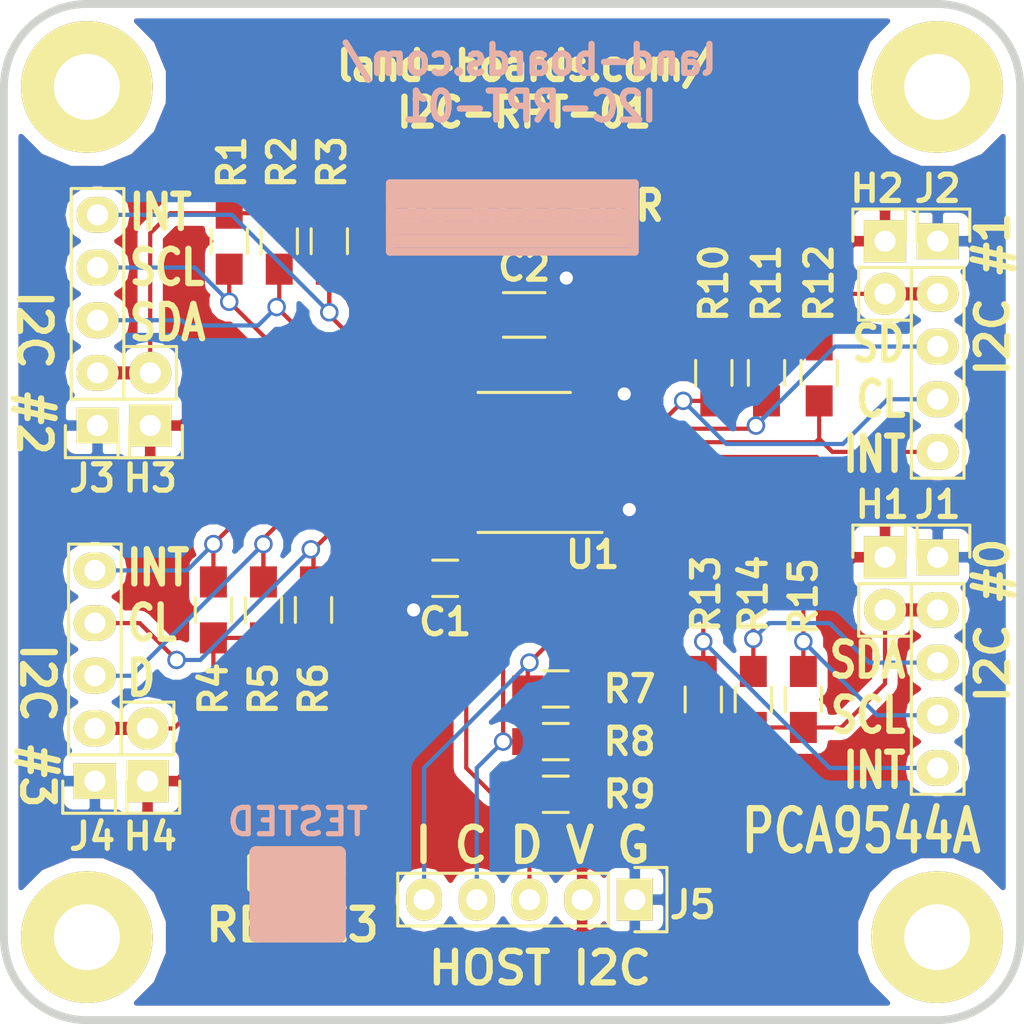
<source format=kicad_pcb>
(kicad_pcb (version 4) (host pcbnew "(after 2015-mar-04 BZR unknown)-product")

  (general
    (links 66)
    (no_connects 0)
    (area 133.617999 71.494801 222.382002 129.3495)
    (thickness 1.6002)
    (drawings 29)
    (tracks 170)
    (zones 0)
    (modules 35)
    (nets 22)
  )

  (page A4)
  (layers
    (0 Front signal)
    (31 Back signal)
    (36 B.SilkS user hide)
    (37 F.SilkS user)
    (38 B.Mask user)
    (39 F.Mask user)
    (40 Dwgs.User user hide)
    (41 Cmts.User user hide)
    (44 Edge.Cuts user)
  )

  (setup
    (last_trace_width 0.2032)
    (user_trace_width 0.635)
    (trace_clearance 0.254)
    (zone_clearance 0.508)
    (zone_45_only no)
    (trace_min 0.2032)
    (segment_width 0.381)
    (edge_width 0.381)
    (via_size 0.889)
    (via_drill 0.635)
    (via_min_size 0.889)
    (via_min_drill 0.508)
    (uvia_size 0.508)
    (uvia_drill 0.127)
    (uvias_allowed no)
    (uvia_min_size 0.508)
    (uvia_min_drill 0.127)
    (pcb_text_width 0.3048)
    (pcb_text_size 1.524 2.032)
    (mod_edge_width 0.381)
    (mod_text_size 1.27 1.27)
    (mod_text_width 0.254)
    (pad_size 1.6764 1.6764)
    (pad_drill 0.8128)
    (pad_to_mask_clearance 0.254)
    (aux_axis_origin 0 0)
    (visible_elements 7FFFFF7F)
    (pcbplotparams
      (layerselection 0x010f0_80000001)
      (usegerberextensions true)
      (excludeedgelayer true)
      (linewidth 0.150000)
      (plotframeref false)
      (viasonmask false)
      (mode 1)
      (useauxorigin false)
      (hpglpennumber 1)
      (hpglpenspeed 20)
      (hpglpendiameter 15)
      (hpglpenoverlay 0)
      (psnegative false)
      (psa4output false)
      (plotreference true)
      (plotvalue false)
      (plotinvisibletext false)
      (padsonsilk false)
      (subtractmaskfromsilk false)
      (outputformat 1)
      (mirror false)
      (drillshape 0)
      (scaleselection 1)
      (outputdirectory plots/))
  )

  (net 0 "")
  (net 1 "Net-(H1-Pad2)")
  (net 2 "Net-(H2-Pad2)")
  (net 3 "Net-(H3-Pad2)")
  (net 4 "Net-(H4-Pad2)")
  (net 5 GND)
  (net 6 /~IH)
  (net 7 /~I0)
  (net 8 /~I1)
  (net 9 /~I2)
  (net 10 /~I3)
  (net 11 /PWR)
  (net 12 "Net-(J5-Pad3)")
  (net 13 "Net-(J5-Pad4)")
  (net 14 /SDA0)
  (net 15 /SCK0)
  (net 16 /SDA1)
  (net 17 /SCK1)
  (net 18 /SDA2)
  (net 19 /SCK2)
  (net 20 /SDA3)
  (net 21 /SCK3)

  (net_class Default "This is the default net class."
    (clearance 0.254)
    (trace_width 0.2032)
    (via_dia 0.889)
    (via_drill 0.635)
    (uvia_dia 0.508)
    (uvia_drill 0.127)
    (add_net /PWR)
    (add_net /SCK0)
    (add_net /SCK1)
    (add_net /SCK2)
    (add_net /SCK3)
    (add_net /SDA0)
    (add_net /SDA1)
    (add_net /SDA2)
    (add_net /SDA3)
    (add_net /~I0)
    (add_net /~I1)
    (add_net /~I2)
    (add_net /~I3)
    (add_net /~IH)
    (add_net GND)
    (add_net "Net-(H1-Pad2)")
    (add_net "Net-(H2-Pad2)")
    (add_net "Net-(H3-Pad2)")
    (add_net "Net-(H4-Pad2)")
    (add_net "Net-(J5-Pad3)")
    (add_net "Net-(J5-Pad4)")
  )

  (module FIDUCIAL (layer Front) (tedit 518BF783) (tstamp 557AF8C2)
    (at 194.31 125.73)
    (path /537A5EE1)
    (fp_text reference FID1 (at 0 2.3495) (layer F.SilkS) hide
      (effects (font (size 1.27 1.27) (thickness 0.254)))
    )
    (fp_text value ADAFRUIT_FIDUCIAL (at 0.127 -2.794) (layer F.SilkS) hide
      (effects (font (size 1.016 1.016) (thickness 0.2032)))
    )
    (pad 1 smd circle (at 0 0) (size 1 1) (layers Front F.Mask)
      (solder_mask_margin 1) (clearance 1))
  )

  (module FIDUCIAL (layer Front) (tedit 518BF783) (tstamp 557AF8C7)
    (at 165.1 83.312)
    (path /537A5ED2)
    (fp_text reference FID2 (at 0 2.3495) (layer F.SilkS) hide
      (effects (font (size 1.27 1.27) (thickness 0.254)))
    )
    (fp_text value ADAFRUIT_FIDUCIAL (at 0.127 -2.794) (layer F.SilkS) hide
      (effects (font (size 1.016 1.016) (thickness 0.2032)))
    )
    (pad 1 smd circle (at 0 0) (size 1 1) (layers Front F.Mask)
      (solder_mask_margin 1) (clearance 1))
  )

  (module REV_BLOCK (layer Back) (tedit 50F8397A) (tstamp 557AFABA)
    (at 179.07 90.17)
    (path /537A64A5)
    (fp_text reference ST1 (at 0.508 -3.429) (layer B.SilkS) hide
      (effects (font (size 1.27 1.27) (thickness 0.254)) (justify mirror))
    )
    (fp_text value CONN_1 (at 1.143 -5.715) (layer B.SilkS) hide
      (effects (font (thickness 0.3048)) (justify mirror))
    )
    (fp_line (start -5.334 1.27) (end 6.096 1.27) (layer B.SilkS) (width 0.635))
    (fp_line (start 6.096 1.27) (end 6.096 0.635) (layer B.SilkS) (width 0.635))
    (fp_line (start 6.096 0.635) (end -5.334 0.635) (layer B.SilkS) (width 0.635))
    (fp_line (start -5.334 0.635) (end -5.334 0) (layer B.SilkS) (width 0.635))
    (fp_line (start -5.334 0) (end 6.223 0) (layer B.SilkS) (width 0.635))
    (fp_line (start 6.223 0) (end 6.223 -0.635) (layer B.SilkS) (width 0.635))
    (fp_line (start 6.223 -0.635) (end -5.334 -0.635) (layer B.SilkS) (width 0.635))
    (fp_line (start -5.334 -0.635) (end -5.334 -1.143) (layer B.SilkS) (width 0.635))
    (fp_line (start -5.334 -1.143) (end 6.096 -1.143) (layer B.SilkS) (width 0.635))
    (fp_line (start 6.35 1.778) (end -5.461 1.778) (layer B.SilkS) (width 0.381))
    (fp_line (start -5.461 1.778) (end -5.461 -1.524) (layer B.SilkS) (width 0.381))
    (fp_line (start -5.461 -1.524) (end 6.35 -1.524) (layer B.SilkS) (width 0.381))
    (fp_line (start 6.35 -1.524) (end 6.35 1.778) (layer B.SilkS) (width 0.381))
  )

  (module Resistors_SMD:R_0805_HandSoldering (layer Front) (tedit 5657C76B) (tstamp 557B0568)
    (at 181.61 113.03 180)
    (descr "Resistor SMD 0805, hand soldering")
    (tags "resistor 0805")
    (path /55B8025E)
    (attr smd)
    (fp_text reference R7 (at -3.556 0 180) (layer F.SilkS)
      (effects (font (size 1.27 1.27) (thickness 0.254)))
    )
    (fp_text value 3.3K (at 0 2.1 180) (layer F.SilkS) hide
      (effects (font (size 1 1) (thickness 0.15)))
    )
    (fp_line (start -2.4 -1) (end 2.4 -1) (layer F.CrtYd) (width 0.05))
    (fp_line (start -2.4 1) (end 2.4 1) (layer F.CrtYd) (width 0.05))
    (fp_line (start -2.4 -1) (end -2.4 1) (layer F.CrtYd) (width 0.05))
    (fp_line (start 2.4 -1) (end 2.4 1) (layer F.CrtYd) (width 0.05))
    (fp_line (start 0.6 0.875) (end -0.6 0.875) (layer F.SilkS) (width 0.15))
    (fp_line (start -0.6 -0.875) (end 0.6 -0.875) (layer F.SilkS) (width 0.15))
    (pad 1 smd rect (at -1.35 0 180) (size 1.5 1.3) (layers Front F.Mask)
      (net 11 /PWR))
    (pad 2 smd rect (at 1.35 0 180) (size 1.5 1.3) (layers Front F.Mask)
      (net 6 /~IH))
    (model Resistors_SMD.3dshapes/R_0805_HandSoldering.wrl
      (at (xyz 0 0 0))
      (scale (xyz 1 1 1))
      (rotate (xyz 0 0 0))
    )
  )

  (module Resistors_SMD:R_0805_HandSoldering (layer Front) (tedit 5657C772) (tstamp 557B0573)
    (at 181.61 115.57 180)
    (descr "Resistor SMD 0805, hand soldering")
    (tags "resistor 0805")
    (path /55B8022E)
    (attr smd)
    (fp_text reference R8 (at -3.556 0 180) (layer F.SilkS)
      (effects (font (size 1.27 1.27) (thickness 0.254)))
    )
    (fp_text value 3.3K (at 0 2.1 180) (layer F.SilkS) hide
      (effects (font (size 1 1) (thickness 0.15)))
    )
    (fp_line (start -2.4 -1) (end 2.4 -1) (layer F.CrtYd) (width 0.05))
    (fp_line (start -2.4 1) (end 2.4 1) (layer F.CrtYd) (width 0.05))
    (fp_line (start -2.4 -1) (end -2.4 1) (layer F.CrtYd) (width 0.05))
    (fp_line (start 2.4 -1) (end 2.4 1) (layer F.CrtYd) (width 0.05))
    (fp_line (start 0.6 0.875) (end -0.6 0.875) (layer F.SilkS) (width 0.15))
    (fp_line (start -0.6 -0.875) (end 0.6 -0.875) (layer F.SilkS) (width 0.15))
    (pad 1 smd rect (at -1.35 0 180) (size 1.5 1.3) (layers Front F.Mask)
      (net 11 /PWR))
    (pad 2 smd rect (at 1.35 0 180) (size 1.5 1.3) (layers Front F.Mask)
      (net 13 "Net-(J5-Pad4)"))
    (model Resistors_SMD.3dshapes/R_0805_HandSoldering.wrl
      (at (xyz 0 0 0))
      (scale (xyz 1 1 1))
      (rotate (xyz 0 0 0))
    )
  )

  (module Resistors_SMD:R_0805_HandSoldering (layer Front) (tedit 5657C784) (tstamp 557B057E)
    (at 181.61 118.11 180)
    (descr "Resistor SMD 0805, hand soldering")
    (tags "resistor 0805")
    (path /55B80175)
    (attr smd)
    (fp_text reference R9 (at -3.556 0 360) (layer F.SilkS)
      (effects (font (size 1.27 1.27) (thickness 0.254)))
    )
    (fp_text value 3.3K (at 0 2.1 180) (layer F.SilkS) hide
      (effects (font (size 1 1) (thickness 0.15)))
    )
    (fp_line (start -2.4 -1) (end 2.4 -1) (layer F.CrtYd) (width 0.05))
    (fp_line (start -2.4 1) (end 2.4 1) (layer F.CrtYd) (width 0.05))
    (fp_line (start -2.4 -1) (end -2.4 1) (layer F.CrtYd) (width 0.05))
    (fp_line (start 2.4 -1) (end 2.4 1) (layer F.CrtYd) (width 0.05))
    (fp_line (start 0.6 0.875) (end -0.6 0.875) (layer F.SilkS) (width 0.15))
    (fp_line (start -0.6 -0.875) (end 0.6 -0.875) (layer F.SilkS) (width 0.15))
    (pad 1 smd rect (at -1.35 0 180) (size 1.5 1.3) (layers Front F.Mask)
      (net 11 /PWR))
    (pad 2 smd rect (at 1.35 0 180) (size 1.5 1.3) (layers Front F.Mask)
      (net 12 "Net-(J5-Pad3)"))
    (model Resistors_SMD.3dshapes/R_0805_HandSoldering.wrl
      (at (xyz 0 0 0))
      (scale (xyz 1 1 1))
      (rotate (xyz 0 0 0))
    )
  )

  (module Resistors_SMD:R_0805_HandSoldering (layer Front) (tedit 5657CFB6) (tstamp 557B0589)
    (at 188.722 113.538 90)
    (descr "Resistor SMD 0805, hand soldering")
    (tags "resistor 0805")
    (path /55B950DE)
    (attr smd)
    (fp_text reference R13 (at 5.08 0.127 90) (layer F.SilkS)
      (effects (font (size 1.27 1.27) (thickness 0.254)))
    )
    (fp_text value 3.3K (at 0 2.1 90) (layer F.SilkS) hide
      (effects (font (size 1 1) (thickness 0.15)))
    )
    (fp_line (start -2.4 -1) (end 2.4 -1) (layer F.CrtYd) (width 0.05))
    (fp_line (start -2.4 1) (end 2.4 1) (layer F.CrtYd) (width 0.05))
    (fp_line (start -2.4 -1) (end -2.4 1) (layer F.CrtYd) (width 0.05))
    (fp_line (start 2.4 -1) (end 2.4 1) (layer F.CrtYd) (width 0.05))
    (fp_line (start 0.6 0.875) (end -0.6 0.875) (layer F.SilkS) (width 0.15))
    (fp_line (start -0.6 -0.875) (end 0.6 -0.875) (layer F.SilkS) (width 0.15))
    (pad 1 smd rect (at -1.35 0 90) (size 1.5 1.3) (layers Front F.Mask)
      (net 1 "Net-(H1-Pad2)"))
    (pad 2 smd rect (at 1.35 0 90) (size 1.5 1.3) (layers Front F.Mask)
      (net 7 /~I0))
    (model Resistors_SMD.3dshapes/R_0805_HandSoldering.wrl
      (at (xyz 0 0 0))
      (scale (xyz 1 1 1))
      (rotate (xyz 0 0 0))
    )
  )

  (module Resistors_SMD:R_0805_HandSoldering (layer Front) (tedit 55B7B54B) (tstamp 557B0594)
    (at 194.31 97.79 270)
    (descr "Resistor SMD 0805, hand soldering")
    (tags "resistor 0805")
    (path /55B95869)
    (attr smd)
    (fp_text reference R12 (at -4.318 0 270) (layer F.SilkS)
      (effects (font (size 1.27 1.27) (thickness 0.254)))
    )
    (fp_text value 3.3K (at 0 2.1 270) (layer F.SilkS) hide
      (effects (font (size 1 1) (thickness 0.15)))
    )
    (fp_line (start -2.4 -1) (end 2.4 -1) (layer F.CrtYd) (width 0.05))
    (fp_line (start -2.4 1) (end 2.4 1) (layer F.CrtYd) (width 0.05))
    (fp_line (start -2.4 -1) (end -2.4 1) (layer F.CrtYd) (width 0.05))
    (fp_line (start 2.4 -1) (end 2.4 1) (layer F.CrtYd) (width 0.05))
    (fp_line (start 0.6 0.875) (end -0.6 0.875) (layer F.SilkS) (width 0.15))
    (fp_line (start -0.6 -0.875) (end 0.6 -0.875) (layer F.SilkS) (width 0.15))
    (pad 1 smd rect (at -1.35 0 270) (size 1.5 1.3) (layers Front F.Mask)
      (net 2 "Net-(H2-Pad2)"))
    (pad 2 smd rect (at 1.35 0 270) (size 1.5 1.3) (layers Front F.Mask)
      (net 8 /~I1))
    (model Resistors_SMD.3dshapes/R_0805_HandSoldering.wrl
      (at (xyz 0 0 0))
      (scale (xyz 1 1 1))
      (rotate (xyz 0 0 0))
    )
  )

  (module Resistors_SMD:R_0805_HandSoldering (layer Front) (tedit 55B7B52D) (tstamp 557B059F)
    (at 170.688 91.44 270)
    (descr "Resistor SMD 0805, hand soldering")
    (tags "resistor 0805")
    (path /55B95AC0)
    (attr smd)
    (fp_text reference R3 (at -3.81 -0.127 450) (layer F.SilkS)
      (effects (font (size 1.27 1.27) (thickness 0.254)))
    )
    (fp_text value 3.3K (at 0 2.1 270) (layer F.SilkS) hide
      (effects (font (size 1 1) (thickness 0.15)))
    )
    (fp_line (start -2.4 -1) (end 2.4 -1) (layer F.CrtYd) (width 0.05))
    (fp_line (start -2.4 1) (end 2.4 1) (layer F.CrtYd) (width 0.05))
    (fp_line (start -2.4 -1) (end -2.4 1) (layer F.CrtYd) (width 0.05))
    (fp_line (start 2.4 -1) (end 2.4 1) (layer F.CrtYd) (width 0.05))
    (fp_line (start 0.6 0.875) (end -0.6 0.875) (layer F.SilkS) (width 0.15))
    (fp_line (start -0.6 -0.875) (end 0.6 -0.875) (layer F.SilkS) (width 0.15))
    (pad 1 smd rect (at -1.35 0 270) (size 1.5 1.3) (layers Front F.Mask)
      (net 3 "Net-(H3-Pad2)"))
    (pad 2 smd rect (at 1.35 0 270) (size 1.5 1.3) (layers Front F.Mask)
      (net 9 /~I2))
    (model Resistors_SMD.3dshapes/R_0805_HandSoldering.wrl
      (at (xyz 0 0 0))
      (scale (xyz 1 1 1))
      (rotate (xyz 0 0 0))
    )
  )

  (module Resistors_SMD:R_0805_HandSoldering (layer Front) (tedit 55B7B531) (tstamp 557B05AA)
    (at 165.1 109.22 90)
    (descr "Resistor SMD 0805, hand soldering")
    (tags "resistor 0805")
    (path /55B95D73)
    (attr smd)
    (fp_text reference R4 (at -3.81 0 90) (layer F.SilkS)
      (effects (font (size 1.27 1.27) (thickness 0.254)))
    )
    (fp_text value 3.3K (at 0 2.1 90) (layer F.SilkS) hide
      (effects (font (size 1 1) (thickness 0.15)))
    )
    (fp_line (start -2.4 -1) (end 2.4 -1) (layer F.CrtYd) (width 0.05))
    (fp_line (start -2.4 1) (end 2.4 1) (layer F.CrtYd) (width 0.05))
    (fp_line (start -2.4 -1) (end -2.4 1) (layer F.CrtYd) (width 0.05))
    (fp_line (start 2.4 -1) (end 2.4 1) (layer F.CrtYd) (width 0.05))
    (fp_line (start 0.6 0.875) (end -0.6 0.875) (layer F.SilkS) (width 0.15))
    (fp_line (start -0.6 -0.875) (end 0.6 -0.875) (layer F.SilkS) (width 0.15))
    (pad 1 smd rect (at -1.35 0 90) (size 1.5 1.3) (layers Front F.Mask)
      (net 4 "Net-(H4-Pad2)"))
    (pad 2 smd rect (at 1.35 0 90) (size 1.5 1.3) (layers Front F.Mask)
      (net 10 /~I3))
    (model Resistors_SMD.3dshapes/R_0805_HandSoldering.wrl
      (at (xyz 0 0 0))
      (scale (xyz 1 1 1))
      (rotate (xyz 0 0 0))
    )
  )

  (module Resistors_SMD:R_0805_HandSoldering (layer Front) (tedit 5657CFA0) (tstamp 557B05B5)
    (at 193.548 113.538 90)
    (descr "Resistor SMD 0805, hand soldering")
    (tags "resistor 0805")
    (path /55B950D8)
    (attr smd)
    (fp_text reference R15 (at 4.953 0 90) (layer F.SilkS)
      (effects (font (size 1.27 1.27) (thickness 0.254)))
    )
    (fp_text value 3.3K (at 0 2.1 90) (layer F.SilkS) hide
      (effects (font (size 1 1) (thickness 0.15)))
    )
    (fp_line (start -2.4 -1) (end 2.4 -1) (layer F.CrtYd) (width 0.05))
    (fp_line (start -2.4 1) (end 2.4 1) (layer F.CrtYd) (width 0.05))
    (fp_line (start -2.4 -1) (end -2.4 1) (layer F.CrtYd) (width 0.05))
    (fp_line (start 2.4 -1) (end 2.4 1) (layer F.CrtYd) (width 0.05))
    (fp_line (start 0.6 0.875) (end -0.6 0.875) (layer F.SilkS) (width 0.15))
    (fp_line (start -0.6 -0.875) (end 0.6 -0.875) (layer F.SilkS) (width 0.15))
    (pad 1 smd rect (at -1.35 0 90) (size 1.5 1.3) (layers Front F.Mask)
      (net 1 "Net-(H1-Pad2)"))
    (pad 2 smd rect (at 1.35 0 90) (size 1.5 1.3) (layers Front F.Mask)
      (net 15 /SCK0))
    (model Resistors_SMD.3dshapes/R_0805_HandSoldering.wrl
      (at (xyz 0 0 0))
      (scale (xyz 1 1 1))
      (rotate (xyz 0 0 0))
    )
  )

  (module Resistors_SMD:R_0805_HandSoldering (layer Front) (tedit 55B7B549) (tstamp 557B05C0)
    (at 189.23 97.79 270)
    (descr "Resistor SMD 0805, hand soldering")
    (tags "resistor 0805")
    (path /55B95863)
    (attr smd)
    (fp_text reference R10 (at -4.318 0 450) (layer F.SilkS)
      (effects (font (size 1.27 1.27) (thickness 0.254)))
    )
    (fp_text value 3.3K (at 0 2.1 270) (layer F.SilkS) hide
      (effects (font (size 1 1) (thickness 0.15)))
    )
    (fp_line (start -2.4 -1) (end 2.4 -1) (layer F.CrtYd) (width 0.05))
    (fp_line (start -2.4 1) (end 2.4 1) (layer F.CrtYd) (width 0.05))
    (fp_line (start -2.4 -1) (end -2.4 1) (layer F.CrtYd) (width 0.05))
    (fp_line (start 2.4 -1) (end 2.4 1) (layer F.CrtYd) (width 0.05))
    (fp_line (start 0.6 0.875) (end -0.6 0.875) (layer F.SilkS) (width 0.15))
    (fp_line (start -0.6 -0.875) (end 0.6 -0.875) (layer F.SilkS) (width 0.15))
    (pad 1 smd rect (at -1.35 0 270) (size 1.5 1.3) (layers Front F.Mask)
      (net 2 "Net-(H2-Pad2)"))
    (pad 2 smd rect (at 1.35 0 270) (size 1.5 1.3) (layers Front F.Mask)
      (net 17 /SCK1))
    (model Resistors_SMD.3dshapes/R_0805_HandSoldering.wrl
      (at (xyz 0 0 0))
      (scale (xyz 1 1 1))
      (rotate (xyz 0 0 0))
    )
  )

  (module Resistors_SMD:R_0805_HandSoldering (layer Front) (tedit 55B7B52B) (tstamp 557B05CB)
    (at 165.862 91.44 270)
    (descr "Resistor SMD 0805, hand soldering")
    (tags "resistor 0805")
    (path /55B95ABA)
    (attr smd)
    (fp_text reference R1 (at -3.81 -0.127 270) (layer F.SilkS)
      (effects (font (size 1.27 1.27) (thickness 0.254)))
    )
    (fp_text value 3.3K (at 0 2.1 270) (layer F.SilkS) hide
      (effects (font (size 1 1) (thickness 0.15)))
    )
    (fp_line (start -2.4 -1) (end 2.4 -1) (layer F.CrtYd) (width 0.05))
    (fp_line (start -2.4 1) (end 2.4 1) (layer F.CrtYd) (width 0.05))
    (fp_line (start -2.4 -1) (end -2.4 1) (layer F.CrtYd) (width 0.05))
    (fp_line (start 2.4 -1) (end 2.4 1) (layer F.CrtYd) (width 0.05))
    (fp_line (start 0.6 0.875) (end -0.6 0.875) (layer F.SilkS) (width 0.15))
    (fp_line (start -0.6 -0.875) (end 0.6 -0.875) (layer F.SilkS) (width 0.15))
    (pad 1 smd rect (at -1.35 0 270) (size 1.5 1.3) (layers Front F.Mask)
      (net 3 "Net-(H3-Pad2)"))
    (pad 2 smd rect (at 1.35 0 270) (size 1.5 1.3) (layers Front F.Mask)
      (net 19 /SCK2))
    (model Resistors_SMD.3dshapes/R_0805_HandSoldering.wrl
      (at (xyz 0 0 0))
      (scale (xyz 1 1 1))
      (rotate (xyz 0 0 0))
    )
  )

  (module Resistors_SMD:R_0805_HandSoldering (layer Front) (tedit 55B7B533) (tstamp 557B05D6)
    (at 169.926 109.22 90)
    (descr "Resistor SMD 0805, hand soldering")
    (tags "resistor 0805")
    (path /55B95D6D)
    (attr smd)
    (fp_text reference R6 (at -3.81 0 90) (layer F.SilkS)
      (effects (font (size 1.27 1.27) (thickness 0.254)))
    )
    (fp_text value 3.3K (at 0 2.1 90) (layer F.SilkS) hide
      (effects (font (size 1 1) (thickness 0.15)))
    )
    (fp_line (start -2.4 -1) (end 2.4 -1) (layer F.CrtYd) (width 0.05))
    (fp_line (start -2.4 1) (end 2.4 1) (layer F.CrtYd) (width 0.05))
    (fp_line (start -2.4 -1) (end -2.4 1) (layer F.CrtYd) (width 0.05))
    (fp_line (start 2.4 -1) (end 2.4 1) (layer F.CrtYd) (width 0.05))
    (fp_line (start 0.6 0.875) (end -0.6 0.875) (layer F.SilkS) (width 0.15))
    (fp_line (start -0.6 -0.875) (end 0.6 -0.875) (layer F.SilkS) (width 0.15))
    (pad 1 smd rect (at -1.35 0 90) (size 1.5 1.3) (layers Front F.Mask)
      (net 4 "Net-(H4-Pad2)"))
    (pad 2 smd rect (at 1.35 0 90) (size 1.5 1.3) (layers Front F.Mask)
      (net 21 /SCK3))
    (model Resistors_SMD.3dshapes/R_0805_HandSoldering.wrl
      (at (xyz 0 0 0))
      (scale (xyz 1 1 1))
      (rotate (xyz 0 0 0))
    )
  )

  (module Resistors_SMD:R_0805_HandSoldering (layer Front) (tedit 5657CFA8) (tstamp 557B05E1)
    (at 191.135 113.538 90)
    (descr "Resistor SMD 0805, hand soldering")
    (tags "resistor 0805")
    (path /55B950D2)
    (attr smd)
    (fp_text reference R14 (at 5.08 0 270) (layer F.SilkS)
      (effects (font (size 1.27 1.27) (thickness 0.254)))
    )
    (fp_text value 3.3K (at 0 2.1 90) (layer F.SilkS) hide
      (effects (font (size 1 1) (thickness 0.15)))
    )
    (fp_line (start -2.4 -1) (end 2.4 -1) (layer F.CrtYd) (width 0.05))
    (fp_line (start -2.4 1) (end 2.4 1) (layer F.CrtYd) (width 0.05))
    (fp_line (start -2.4 -1) (end -2.4 1) (layer F.CrtYd) (width 0.05))
    (fp_line (start 2.4 -1) (end 2.4 1) (layer F.CrtYd) (width 0.05))
    (fp_line (start 0.6 0.875) (end -0.6 0.875) (layer F.SilkS) (width 0.15))
    (fp_line (start -0.6 -0.875) (end 0.6 -0.875) (layer F.SilkS) (width 0.15))
    (pad 1 smd rect (at -1.35 0 90) (size 1.5 1.3) (layers Front F.Mask)
      (net 1 "Net-(H1-Pad2)"))
    (pad 2 smd rect (at 1.35 0 90) (size 1.5 1.3) (layers Front F.Mask)
      (net 14 /SDA0))
    (model Resistors_SMD.3dshapes/R_0805_HandSoldering.wrl
      (at (xyz 0 0 0))
      (scale (xyz 1 1 1))
      (rotate (xyz 0 0 0))
    )
  )

  (module MTG-4-40 (layer Front) (tedit 53F3AE25) (tstamp 557B0E94)
    (at 159 84)
    (path /537A5CA4)
    (clearance 0.635)
    (fp_text reference MTG1 (at -6.858 -0.635) (layer F.SilkS) hide
      (effects (font (size 1.27 1.27) (thickness 0.254)))
    )
    (fp_text value MTG_HOLE (at 0 -5.08) (layer F.SilkS) hide
      (effects (font (thickness 0.3048)))
    )
    (pad 1 thru_hole circle (at 0 0) (size 6.35 6.35) (drill 3.175) (layers *.Cu *.Mask F.SilkS))
  )

  (module MTG-4-40 (layer Front) (tedit 53F3AE25) (tstamp 557B0E98)
    (at 200 84)
    (path /538F7580)
    (clearance 0.635)
    (fp_text reference MTG3 (at -6.858 -0.635) (layer F.SilkS) hide
      (effects (font (size 1.27 1.27) (thickness 0.254)))
    )
    (fp_text value MTG_HOLE (at 0 -5.08) (layer F.SilkS) hide
      (effects (font (thickness 0.3048)))
    )
    (pad 1 thru_hole circle (at 0 0) (size 6.35 6.35) (drill 3.175) (layers *.Cu *.Mask F.SilkS))
  )

  (module MTG-4-40 (layer Front) (tedit 53F3AE25) (tstamp 557B0E9C)
    (at 159 125)
    (path /538F757A)
    (clearance 0.635)
    (fp_text reference MTG2 (at -6.858 -0.635) (layer F.SilkS) hide
      (effects (font (size 1.27 1.27) (thickness 0.254)))
    )
    (fp_text value MTG_HOLE (at 0 -5.08) (layer F.SilkS) hide
      (effects (font (thickness 0.3048)))
    )
    (pad 1 thru_hole circle (at 0 0) (size 6.35 6.35) (drill 3.175) (layers *.Cu *.Mask F.SilkS))
  )

  (module MTG-4-40 (layer Front) (tedit 53F3AE25) (tstamp 557B0EA0)
    (at 200 125)
    (path /538F7586)
    (clearance 0.635)
    (fp_text reference MTG4 (at -6.858 -0.635) (layer F.SilkS) hide
      (effects (font (size 1.27 1.27) (thickness 0.254)))
    )
    (fp_text value MTG_HOLE (at 0 -5.08) (layer F.SilkS) hide
      (effects (font (thickness 0.3048)))
    )
    (pad 1 thru_hole circle (at 0 0) (size 6.35 6.35) (drill 3.175) (layers *.Cu *.Mask F.SilkS))
  )

  (module Pin_Headers:Pin_Header_Straight_1x05 (layer Front) (tedit 55B7B190) (tstamp 55B782E8)
    (at 200.025 106.68)
    (descr "Through hole pin header")
    (tags "pin header")
    (path /5657C94A)
    (fp_text reference J1 (at 0 -2.54) (layer F.SilkS)
      (effects (font (size 1.27 1.27) (thickness 0.254)))
    )
    (fp_text value I2CINT-5PIN (at 0 -3.1) (layer F.SilkS) hide
      (effects (font (size 1 1) (thickness 0.15)))
    )
    (fp_line (start -1.55 0) (end -1.55 -1.55) (layer F.SilkS) (width 0.15))
    (fp_line (start -1.55 -1.55) (end 1.55 -1.55) (layer F.SilkS) (width 0.15))
    (fp_line (start 1.55 -1.55) (end 1.55 0) (layer F.SilkS) (width 0.15))
    (fp_line (start -1.75 -1.75) (end -1.75 11.95) (layer F.CrtYd) (width 0.05))
    (fp_line (start 1.75 -1.75) (end 1.75 11.95) (layer F.CrtYd) (width 0.05))
    (fp_line (start -1.75 -1.75) (end 1.75 -1.75) (layer F.CrtYd) (width 0.05))
    (fp_line (start -1.75 11.95) (end 1.75 11.95) (layer F.CrtYd) (width 0.05))
    (fp_line (start 1.27 1.27) (end 1.27 11.43) (layer F.SilkS) (width 0.15))
    (fp_line (start 1.27 11.43) (end -1.27 11.43) (layer F.SilkS) (width 0.15))
    (fp_line (start -1.27 11.43) (end -1.27 1.27) (layer F.SilkS) (width 0.15))
    (fp_line (start 1.27 1.27) (end -1.27 1.27) (layer F.SilkS) (width 0.15))
    (pad 1 thru_hole rect (at 0 0) (size 2.032 1.7272) (drill 1.016) (layers *.Cu *.Mask F.SilkS)
      (net 5 GND))
    (pad 2 thru_hole oval (at 0 2.54) (size 2.032 1.7272) (drill 1.016) (layers *.Cu *.Mask F.SilkS)
      (net 1 "Net-(H1-Pad2)"))
    (pad 3 thru_hole oval (at 0 5.08) (size 2.032 1.7272) (drill 1.016) (layers *.Cu *.Mask F.SilkS)
      (net 14 /SDA0))
    (pad 4 thru_hole oval (at 0 7.62) (size 2.032 1.7272) (drill 1.016) (layers *.Cu *.Mask F.SilkS)
      (net 15 /SCK0))
    (pad 5 thru_hole oval (at 0 10.16) (size 2.032 1.7272) (drill 1.016) (layers *.Cu *.Mask F.SilkS)
      (net 7 /~I0))
    (model Pin_Headers.3dshapes/Pin_Header_Straight_1x05.wrl
      (at (xyz 0 -0.2 0))
      (scale (xyz 1 1 1))
      (rotate (xyz 0 0 90))
    )
  )

  (module Pin_Headers:Pin_Header_Straight_1x05 (layer Front) (tedit 55B7ADB7) (tstamp 55B782FC)
    (at 200.025 91.44)
    (descr "Through hole pin header")
    (tags "pin header")
    (path /5657D009)
    (fp_text reference J2 (at 0 -2.54) (layer F.SilkS)
      (effects (font (size 1.27 1.27) (thickness 0.254)))
    )
    (fp_text value I2CINT-5PIN (at 0 -3.1) (layer F.SilkS) hide
      (effects (font (size 1 1) (thickness 0.15)))
    )
    (fp_line (start -1.55 0) (end -1.55 -1.55) (layer F.SilkS) (width 0.15))
    (fp_line (start -1.55 -1.55) (end 1.55 -1.55) (layer F.SilkS) (width 0.15))
    (fp_line (start 1.55 -1.55) (end 1.55 0) (layer F.SilkS) (width 0.15))
    (fp_line (start -1.75 -1.75) (end -1.75 11.95) (layer F.CrtYd) (width 0.05))
    (fp_line (start 1.75 -1.75) (end 1.75 11.95) (layer F.CrtYd) (width 0.05))
    (fp_line (start -1.75 -1.75) (end 1.75 -1.75) (layer F.CrtYd) (width 0.05))
    (fp_line (start -1.75 11.95) (end 1.75 11.95) (layer F.CrtYd) (width 0.05))
    (fp_line (start 1.27 1.27) (end 1.27 11.43) (layer F.SilkS) (width 0.15))
    (fp_line (start 1.27 11.43) (end -1.27 11.43) (layer F.SilkS) (width 0.15))
    (fp_line (start -1.27 11.43) (end -1.27 1.27) (layer F.SilkS) (width 0.15))
    (fp_line (start 1.27 1.27) (end -1.27 1.27) (layer F.SilkS) (width 0.15))
    (pad 1 thru_hole rect (at 0 0) (size 2.032 1.7272) (drill 1.016) (layers *.Cu *.Mask F.SilkS)
      (net 5 GND))
    (pad 2 thru_hole oval (at 0 2.54) (size 2.032 1.7272) (drill 1.016) (layers *.Cu *.Mask F.SilkS)
      (net 2 "Net-(H2-Pad2)"))
    (pad 3 thru_hole oval (at 0 5.08) (size 2.032 1.7272) (drill 1.016) (layers *.Cu *.Mask F.SilkS)
      (net 16 /SDA1))
    (pad 4 thru_hole oval (at 0 7.62) (size 2.032 1.7272) (drill 1.016) (layers *.Cu *.Mask F.SilkS)
      (net 17 /SCK1))
    (pad 5 thru_hole oval (at 0 10.16) (size 2.032 1.7272) (drill 1.016) (layers *.Cu *.Mask F.SilkS)
      (net 8 /~I1))
    (model Pin_Headers.3dshapes/Pin_Header_Straight_1x05.wrl
      (at (xyz 0 -0.2 0))
      (scale (xyz 1 1 1))
      (rotate (xyz 0 0 90))
    )
  )

  (module Pin_Headers:Pin_Header_Straight_1x05 (layer Front) (tedit 55BCD10D) (tstamp 55B78310)
    (at 159.512 100.33 180)
    (descr "Through hole pin header")
    (tags "pin header")
    (path /5657D237)
    (fp_text reference J3 (at 0.254 -2.54 180) (layer F.SilkS)
      (effects (font (size 1.27 1.27) (thickness 0.254)))
    )
    (fp_text value I2CINT-5PIN (at 0 -3.1 180) (layer F.SilkS) hide
      (effects (font (size 1 1) (thickness 0.15)))
    )
    (fp_line (start -1.55 0) (end -1.55 -1.55) (layer F.SilkS) (width 0.15))
    (fp_line (start -1.55 -1.55) (end 1.55 -1.55) (layer F.SilkS) (width 0.15))
    (fp_line (start 1.55 -1.55) (end 1.55 0) (layer F.SilkS) (width 0.15))
    (fp_line (start -1.75 -1.75) (end -1.75 11.95) (layer F.CrtYd) (width 0.05))
    (fp_line (start 1.75 -1.75) (end 1.75 11.95) (layer F.CrtYd) (width 0.05))
    (fp_line (start -1.75 -1.75) (end 1.75 -1.75) (layer F.CrtYd) (width 0.05))
    (fp_line (start -1.75 11.95) (end 1.75 11.95) (layer F.CrtYd) (width 0.05))
    (fp_line (start 1.27 1.27) (end 1.27 11.43) (layer F.SilkS) (width 0.15))
    (fp_line (start 1.27 11.43) (end -1.27 11.43) (layer F.SilkS) (width 0.15))
    (fp_line (start -1.27 11.43) (end -1.27 1.27) (layer F.SilkS) (width 0.15))
    (fp_line (start 1.27 1.27) (end -1.27 1.27) (layer F.SilkS) (width 0.15))
    (pad 1 thru_hole rect (at 0 0 180) (size 2.032 1.7272) (drill 1.016) (layers *.Cu *.Mask F.SilkS)
      (net 5 GND))
    (pad 2 thru_hole oval (at 0 2.54 180) (size 2.032 1.7272) (drill 1.016) (layers *.Cu *.Mask F.SilkS)
      (net 3 "Net-(H3-Pad2)"))
    (pad 3 thru_hole oval (at 0 5.08 180) (size 2.032 1.7272) (drill 1.016) (layers *.Cu *.Mask F.SilkS)
      (net 18 /SDA2))
    (pad 4 thru_hole oval (at 0 7.62 180) (size 2.032 1.7272) (drill 1.016) (layers *.Cu *.Mask F.SilkS)
      (net 19 /SCK2))
    (pad 5 thru_hole oval (at 0 10.16 180) (size 2.032 1.7272) (drill 1.016) (layers *.Cu *.Mask F.SilkS)
      (net 9 /~I2))
    (model Pin_Headers.3dshapes/Pin_Header_Straight_1x05.wrl
      (at (xyz 0 -0.2 0))
      (scale (xyz 1 1 1))
      (rotate (xyz 0 0 90))
    )
  )

  (module Pin_Headers:Pin_Header_Straight_1x05 (layer Front) (tedit 55BCD0EE) (tstamp 55B78324)
    (at 159.385 117.475 180)
    (descr "Through hole pin header")
    (tags "pin header")
    (path /5657D5DF)
    (fp_text reference J4 (at 0.127 -2.667 180) (layer F.SilkS)
      (effects (font (size 1.27 1.27) (thickness 0.254)))
    )
    (fp_text value I2CINT-5PIN (at 0 -3.1 180) (layer F.SilkS) hide
      (effects (font (size 1 1) (thickness 0.15)))
    )
    (fp_line (start -1.55 0) (end -1.55 -1.55) (layer F.SilkS) (width 0.15))
    (fp_line (start -1.55 -1.55) (end 1.55 -1.55) (layer F.SilkS) (width 0.15))
    (fp_line (start 1.55 -1.55) (end 1.55 0) (layer F.SilkS) (width 0.15))
    (fp_line (start -1.75 -1.75) (end -1.75 11.95) (layer F.CrtYd) (width 0.05))
    (fp_line (start 1.75 -1.75) (end 1.75 11.95) (layer F.CrtYd) (width 0.05))
    (fp_line (start -1.75 -1.75) (end 1.75 -1.75) (layer F.CrtYd) (width 0.05))
    (fp_line (start -1.75 11.95) (end 1.75 11.95) (layer F.CrtYd) (width 0.05))
    (fp_line (start 1.27 1.27) (end 1.27 11.43) (layer F.SilkS) (width 0.15))
    (fp_line (start 1.27 11.43) (end -1.27 11.43) (layer F.SilkS) (width 0.15))
    (fp_line (start -1.27 11.43) (end -1.27 1.27) (layer F.SilkS) (width 0.15))
    (fp_line (start 1.27 1.27) (end -1.27 1.27) (layer F.SilkS) (width 0.15))
    (pad 1 thru_hole rect (at 0 0 180) (size 2.032 1.7272) (drill 1.016) (layers *.Cu *.Mask F.SilkS)
      (net 5 GND))
    (pad 2 thru_hole oval (at 0 2.54 180) (size 2.032 1.7272) (drill 1.016) (layers *.Cu *.Mask F.SilkS)
      (net 4 "Net-(H4-Pad2)"))
    (pad 3 thru_hole oval (at 0 5.08 180) (size 2.032 1.7272) (drill 1.016) (layers *.Cu *.Mask F.SilkS)
      (net 20 /SDA3))
    (pad 4 thru_hole oval (at 0 7.62 180) (size 2.032 1.7272) (drill 1.016) (layers *.Cu *.Mask F.SilkS)
      (net 21 /SCK3))
    (pad 5 thru_hole oval (at 0 10.16 180) (size 2.032 1.7272) (drill 1.016) (layers *.Cu *.Mask F.SilkS)
      (net 10 /~I3))
    (model Pin_Headers.3dshapes/Pin_Header_Straight_1x05.wrl
      (at (xyz 0 -0.2 0))
      (scale (xyz 1 1 1))
      (rotate (xyz 0 0 90))
    )
  )

  (module Resistors_SMD:R_0805_HandSoldering (layer Front) (tedit 55B7B548) (tstamp 55B78344)
    (at 191.77 97.79 270)
    (descr "Resistor SMD 0805, hand soldering")
    (tags "resistor 0805")
    (path /55B9585D)
    (attr smd)
    (fp_text reference R11 (at -4.318 0 270) (layer F.SilkS)
      (effects (font (size 1.27 1.27) (thickness 0.254)))
    )
    (fp_text value 3.3K (at 0 2.1 270) (layer F.SilkS) hide
      (effects (font (size 1 1) (thickness 0.15)))
    )
    (fp_line (start -2.4 -1) (end 2.4 -1) (layer F.CrtYd) (width 0.05))
    (fp_line (start -2.4 1) (end 2.4 1) (layer F.CrtYd) (width 0.05))
    (fp_line (start -2.4 -1) (end -2.4 1) (layer F.CrtYd) (width 0.05))
    (fp_line (start 2.4 -1) (end 2.4 1) (layer F.CrtYd) (width 0.05))
    (fp_line (start 0.6 0.875) (end -0.6 0.875) (layer F.SilkS) (width 0.15))
    (fp_line (start -0.6 -0.875) (end 0.6 -0.875) (layer F.SilkS) (width 0.15))
    (pad 1 smd rect (at -1.35 0 270) (size 1.5 1.3) (layers Front F.Mask)
      (net 2 "Net-(H2-Pad2)"))
    (pad 2 smd rect (at 1.35 0 270) (size 1.5 1.3) (layers Front F.Mask)
      (net 16 /SDA1))
    (model Resistors_SMD.3dshapes/R_0805_HandSoldering.wrl
      (at (xyz 0 0 0))
      (scale (xyz 1 1 1))
      (rotate (xyz 0 0 0))
    )
  )

  (module Resistors_SMD:R_0805_HandSoldering (layer Front) (tedit 55B7B52A) (tstamp 55B78350)
    (at 168.275 91.44 270)
    (descr "Resistor SMD 0805, hand soldering")
    (tags "resistor 0805")
    (path /55B95AB4)
    (attr smd)
    (fp_text reference R2 (at -3.81 -0.127 270) (layer F.SilkS)
      (effects (font (size 1.27 1.27) (thickness 0.254)))
    )
    (fp_text value 3.3K (at -2.54 0 360) (layer F.SilkS) hide
      (effects (font (size 1 1) (thickness 0.15)))
    )
    (fp_line (start -2.4 -1) (end 2.4 -1) (layer F.CrtYd) (width 0.05))
    (fp_line (start -2.4 1) (end 2.4 1) (layer F.CrtYd) (width 0.05))
    (fp_line (start -2.4 -1) (end -2.4 1) (layer F.CrtYd) (width 0.05))
    (fp_line (start 2.4 -1) (end 2.4 1) (layer F.CrtYd) (width 0.05))
    (fp_line (start 0.6 0.875) (end -0.6 0.875) (layer F.SilkS) (width 0.15))
    (fp_line (start -0.6 -0.875) (end 0.6 -0.875) (layer F.SilkS) (width 0.15))
    (pad 1 smd rect (at -1.35 0 270) (size 1.5 1.3) (layers Front F.Mask)
      (net 3 "Net-(H3-Pad2)"))
    (pad 2 smd rect (at 1.35 0 270) (size 1.5 1.3) (layers Front F.Mask)
      (net 18 /SDA2))
    (model Resistors_SMD.3dshapes/R_0805_HandSoldering.wrl
      (at (xyz 0 0 0))
      (scale (xyz 1 1 1))
      (rotate (xyz 0 0 0))
    )
  )

  (module Resistors_SMD:R_0805_HandSoldering (layer Front) (tedit 55B7B535) (tstamp 55B7835C)
    (at 167.513 109.22 90)
    (descr "Resistor SMD 0805, hand soldering")
    (tags "resistor 0805")
    (path /55B95D67)
    (attr smd)
    (fp_text reference R5 (at -3.81 0 90) (layer F.SilkS)
      (effects (font (size 1.27 1.27) (thickness 0.254)))
    )
    (fp_text value 3.3K (at 0 2.1 90) (layer F.SilkS) hide
      (effects (font (size 1 1) (thickness 0.15)))
    )
    (fp_line (start -2.4 -1) (end 2.4 -1) (layer F.CrtYd) (width 0.05))
    (fp_line (start -2.4 1) (end 2.4 1) (layer F.CrtYd) (width 0.05))
    (fp_line (start -2.4 -1) (end -2.4 1) (layer F.CrtYd) (width 0.05))
    (fp_line (start 2.4 -1) (end 2.4 1) (layer F.CrtYd) (width 0.05))
    (fp_line (start 0.6 0.875) (end -0.6 0.875) (layer F.SilkS) (width 0.15))
    (fp_line (start -0.6 -0.875) (end 0.6 -0.875) (layer F.SilkS) (width 0.15))
    (pad 1 smd rect (at -1.35 0 90) (size 1.5 1.3) (layers Front F.Mask)
      (net 4 "Net-(H4-Pad2)"))
    (pad 2 smd rect (at 1.35 0 90) (size 1.5 1.3) (layers Front F.Mask)
      (net 20 /SDA3))
    (model Resistors_SMD.3dshapes/R_0805_HandSoldering.wrl
      (at (xyz 0 0 0))
      (scale (xyz 1 1 1))
      (rotate (xyz 0 0 0))
    )
  )

  (module Pin_Headers:Pin_Header_Straight_1x05 (layer Front) (tedit 55BCD2C1) (tstamp 55B7883D)
    (at 185.42 123.19 270)
    (descr "Through hole pin header")
    (tags "pin header")
    (path /55B7E083)
    (fp_text reference J5 (at 0.254 -2.794 360) (layer F.SilkS)
      (effects (font (size 1.27 1.27) (thickness 0.254)))
    )
    (fp_text value I2CINT-5PIN (at 0 -3.1 270) (layer F.SilkS) hide
      (effects (font (size 1 1) (thickness 0.15)))
    )
    (fp_line (start -1.55 0) (end -1.55 -1.55) (layer F.SilkS) (width 0.15))
    (fp_line (start -1.55 -1.55) (end 1.55 -1.55) (layer F.SilkS) (width 0.15))
    (fp_line (start 1.55 -1.55) (end 1.55 0) (layer F.SilkS) (width 0.15))
    (fp_line (start -1.75 -1.75) (end -1.75 11.95) (layer F.CrtYd) (width 0.05))
    (fp_line (start 1.75 -1.75) (end 1.75 11.95) (layer F.CrtYd) (width 0.05))
    (fp_line (start -1.75 -1.75) (end 1.75 -1.75) (layer F.CrtYd) (width 0.05))
    (fp_line (start -1.75 11.95) (end 1.75 11.95) (layer F.CrtYd) (width 0.05))
    (fp_line (start 1.27 1.27) (end 1.27 11.43) (layer F.SilkS) (width 0.15))
    (fp_line (start 1.27 11.43) (end -1.27 11.43) (layer F.SilkS) (width 0.15))
    (fp_line (start -1.27 11.43) (end -1.27 1.27) (layer F.SilkS) (width 0.15))
    (fp_line (start 1.27 1.27) (end -1.27 1.27) (layer F.SilkS) (width 0.15))
    (pad 1 thru_hole rect (at 0 0 270) (size 2.032 1.7272) (drill 1.016) (layers *.Cu *.Mask F.SilkS)
      (net 5 GND))
    (pad 2 thru_hole oval (at 0 2.54 270) (size 2.032 1.7272) (drill 1.016) (layers *.Cu *.Mask F.SilkS)
      (net 11 /PWR))
    (pad 3 thru_hole oval (at 0 5.08 270) (size 2.032 1.7272) (drill 1.016) (layers *.Cu *.Mask F.SilkS)
      (net 12 "Net-(J5-Pad3)"))
    (pad 4 thru_hole oval (at 0 7.62 270) (size 2.032 1.7272) (drill 1.016) (layers *.Cu *.Mask F.SilkS)
      (net 13 "Net-(J5-Pad4)"))
    (pad 5 thru_hole oval (at 0 10.16 270) (size 2.032 1.7272) (drill 1.016) (layers *.Cu *.Mask F.SilkS)
      (net 6 /~IH))
    (model Pin_Headers.3dshapes/Pin_Header_Straight_1x05.wrl
      (at (xyz 0 -0.2 0))
      (scale (xyz 1 1 1))
      (rotate (xyz 0 0 90))
    )
  )

  (module DougsNewMods:TEST_BLK-REAR (layer Front) (tedit 553D0C6F) (tstamp 55B7B37B)
    (at 169.164 122.936)
    (fp_text reference TESTED (at 0 -3.5) (layer B.SilkS)
      (effects (font (size 1.27 1.27) (thickness 0.254)) (justify mirror))
    )
    (fp_text value VAL** (at 0 4) (layer F.SilkS) hide
      (effects (font (thickness 0.3048)))
    )
    (fp_line (start -2 -2) (end 2 -2) (layer B.SilkS) (width 0.65))
    (fp_line (start 2 -2) (end 2 2) (layer B.SilkS) (width 0.65))
    (fp_line (start 2 2) (end -2 2) (layer B.SilkS) (width 0.65))
    (fp_line (start -2 2) (end -2 -2) (layer B.SilkS) (width 0.65))
    (fp_line (start -2 -2) (end -2 -1.5) (layer B.SilkS) (width 0.65))
    (fp_line (start -2 -1.5) (end 2 -1.5) (layer B.SilkS) (width 0.65))
    (fp_line (start 2 -1.5) (end 2 -1) (layer B.SilkS) (width 0.65))
    (fp_line (start 2 -1) (end -2 -1) (layer B.SilkS) (width 0.65))
    (fp_line (start -2 -1) (end -2 -0.5) (layer B.SilkS) (width 0.65))
    (fp_line (start -2 -0.5) (end 2 -0.5) (layer B.SilkS) (width 0.65))
    (fp_line (start 2 -0.5) (end 2 0) (layer B.SilkS) (width 0.65))
    (fp_line (start 2 0) (end -2 0) (layer B.SilkS) (width 0.65))
    (fp_line (start -2 0) (end -2 0.5) (layer B.SilkS) (width 0.65))
    (fp_line (start -2 0.5) (end 1.5 0.5) (layer B.SilkS) (width 0.65))
    (fp_line (start 1.5 0.5) (end 2 0.5) (layer B.SilkS) (width 0.65))
    (fp_line (start 2 0.5) (end 2 1) (layer B.SilkS) (width 0.65))
    (fp_line (start 2 1) (end -2 1) (layer B.SilkS) (width 0.65))
    (fp_line (start -2 1) (end -2 1.5) (layer B.SilkS) (width 0.65))
    (fp_line (start -2 1.5) (end 2 1.5) (layer B.SilkS) (width 0.65))
  )

  (module Housings_SSOP:TSSOP-20_4.4x6.5mm_Pitch0.65mm (layer Front) (tedit 5657CB85) (tstamp 55BA50A6)
    (at 180.086 102.108 180)
    (descr "20-Lead Plastic Thin Shrink Small Outline (ST)-4.4 mm Body [TSSOP] (see Microchip Packaging Specification 00000049BS.pdf)")
    (tags "SSOP 0.65")
    (path /55B78492)
    (clearance 0.127)
    (attr smd)
    (fp_text reference U1 (at -3.302 -4.445 180) (layer F.SilkS)
      (effects (font (size 1.27 1.27) (thickness 0.254)))
    )
    (fp_text value PCA9544A (at 0 4.3 180) (layer F.SilkS) hide
      (effects (font (size 1 1) (thickness 0.15)))
    )
    (fp_line (start -3.95 -3.55) (end -3.95 3.55) (layer F.CrtYd) (width 0.05))
    (fp_line (start 3.95 -3.55) (end 3.95 3.55) (layer F.CrtYd) (width 0.05))
    (fp_line (start -3.95 -3.55) (end 3.95 -3.55) (layer F.CrtYd) (width 0.05))
    (fp_line (start -3.95 3.55) (end 3.95 3.55) (layer F.CrtYd) (width 0.05))
    (fp_line (start -2.225 3.375) (end 2.225 3.375) (layer F.SilkS) (width 0.15))
    (fp_line (start -3.75 -3.375) (end 2.225 -3.375) (layer F.SilkS) (width 0.15))
    (pad 1 smd rect (at -2.95 -2.925 180) (size 1.45 0.45) (layers Front F.Mask)
      (net 5 GND))
    (pad 2 smd rect (at -2.95 -2.275 180) (size 1.45 0.45) (layers Front F.Mask)
      (net 5 GND))
    (pad 3 smd rect (at -2.95 -1.625 180) (size 1.45 0.45) (layers Front F.Mask)
      (net 5 GND))
    (pad 4 smd rect (at -2.95 -0.975 180) (size 1.45 0.45) (layers Front F.Mask)
      (net 7 /~I0))
    (pad 5 smd rect (at -2.95 -0.325 180) (size 1.45 0.45) (layers Front F.Mask)
      (net 14 /SDA0))
    (pad 6 smd rect (at -2.95 0.325 180) (size 1.45 0.45) (layers Front F.Mask)
      (net 15 /SCK0))
    (pad 7 smd rect (at -2.95 0.975 180) (size 1.45 0.45) (layers Front F.Mask)
      (net 8 /~I1))
    (pad 8 smd rect (at -2.95 1.625 180) (size 1.45 0.45) (layers Front F.Mask)
      (net 16 /SDA1))
    (pad 9 smd rect (at -2.95 2.275 180) (size 1.45 0.45) (layers Front F.Mask)
      (net 17 /SCK1))
    (pad 10 smd rect (at -2.95 2.925 180) (size 1.45 0.45) (layers Front F.Mask)
      (net 5 GND))
    (pad 11 smd rect (at 2.95 2.925 180) (size 1.45 0.45) (layers Front F.Mask)
      (net 9 /~I2))
    (pad 12 smd rect (at 2.95 2.275 180) (size 1.45 0.45) (layers Front F.Mask)
      (net 18 /SDA2))
    (pad 13 smd rect (at 2.95 1.625 180) (size 1.45 0.45) (layers Front F.Mask)
      (net 19 /SCK2))
    (pad 14 smd rect (at 2.95 0.975 180) (size 1.45 0.45) (layers Front F.Mask)
      (net 10 /~I3))
    (pad 15 smd rect (at 2.95 0.325 180) (size 1.45 0.45) (layers Front F.Mask)
      (net 20 /SDA3))
    (pad 16 smd rect (at 2.95 -0.325 180) (size 1.45 0.45) (layers Front F.Mask)
      (net 21 /SCK3))
    (pad 17 smd rect (at 2.95 -0.975 180) (size 1.45 0.45) (layers Front F.Mask)
      (net 6 /~IH))
    (pad 18 smd rect (at 2.95 -1.625 180) (size 1.45 0.45) (layers Front F.Mask)
      (net 13 "Net-(J5-Pad4)"))
    (pad 19 smd rect (at 2.95 -2.275 180) (size 1.45 0.45) (layers Front F.Mask)
      (net 12 "Net-(J5-Pad3)"))
    (pad 20 smd rect (at 2.95 -2.925 180) (size 1.45 0.45) (layers Front F.Mask)
      (net 11 /PWR))
    (model Housings_SSOP.3dshapes/TSSOP-20_4.4x6.5mm_Pitch0.65mm.wrl
      (at (xyz 0 0 0))
      (scale (xyz 1 1 1))
      (rotate (xyz 0 0 0))
    )
  )

  (module Pin_Headers:Pin_Header_Straight_1x02 (layer Front) (tedit 55BCD0F9) (tstamp 55BA572F)
    (at 197.485 106.68)
    (descr "Through hole pin header")
    (tags "pin header")
    (path /55BA6304)
    (fp_text reference H1 (at -0.127 -2.54) (layer F.SilkS)
      (effects (font (size 1.27 1.27) (thickness 0.254)))
    )
    (fp_text value CONN_01X02 (at 0 -3.1) (layer F.SilkS) hide
      (effects (font (size 1 1) (thickness 0.15)))
    )
    (fp_line (start 1.27 1.27) (end 1.27 3.81) (layer F.SilkS) (width 0.15))
    (fp_line (start 1.55 -1.55) (end 1.55 0) (layer F.SilkS) (width 0.15))
    (fp_line (start -1.75 -1.75) (end -1.75 4.3) (layer F.CrtYd) (width 0.05))
    (fp_line (start 1.75 -1.75) (end 1.75 4.3) (layer F.CrtYd) (width 0.05))
    (fp_line (start -1.75 -1.75) (end 1.75 -1.75) (layer F.CrtYd) (width 0.05))
    (fp_line (start -1.75 4.3) (end 1.75 4.3) (layer F.CrtYd) (width 0.05))
    (fp_line (start 1.27 1.27) (end -1.27 1.27) (layer F.SilkS) (width 0.15))
    (fp_line (start -1.55 0) (end -1.55 -1.55) (layer F.SilkS) (width 0.15))
    (fp_line (start -1.55 -1.55) (end 1.55 -1.55) (layer F.SilkS) (width 0.15))
    (fp_line (start -1.27 1.27) (end -1.27 3.81) (layer F.SilkS) (width 0.15))
    (fp_line (start -1.27 3.81) (end 1.27 3.81) (layer F.SilkS) (width 0.15))
    (pad 1 thru_hole rect (at 0 0) (size 2.032 2.032) (drill 1.016) (layers *.Cu *.Mask F.SilkS)
      (net 11 /PWR))
    (pad 2 thru_hole oval (at 0 2.54) (size 2.032 2.032) (drill 1.016) (layers *.Cu *.Mask F.SilkS)
      (net 1 "Net-(H1-Pad2)"))
    (model Pin_Headers.3dshapes/Pin_Header_Straight_1x02.wrl
      (at (xyz 0 -0.05 0))
      (scale (xyz 1 1 1))
      (rotate (xyz 0 0 90))
    )
  )

  (module Pin_Headers:Pin_Header_Straight_1x02 (layer Front) (tedit 55BCD0BA) (tstamp 55BA573F)
    (at 197.485 91.44)
    (descr "Through hole pin header")
    (tags "pin header")
    (path /55BA6675)
    (fp_text reference H2 (at -0.381 -2.54) (layer F.SilkS)
      (effects (font (size 1.27 1.27) (thickness 0.254)))
    )
    (fp_text value CONN_01X02 (at 0 -3.1) (layer F.SilkS) hide
      (effects (font (size 1 1) (thickness 0.15)))
    )
    (fp_line (start 1.27 1.27) (end 1.27 3.81) (layer F.SilkS) (width 0.15))
    (fp_line (start 1.55 -1.55) (end 1.55 0) (layer F.SilkS) (width 0.15))
    (fp_line (start -1.75 -1.75) (end -1.75 4.3) (layer F.CrtYd) (width 0.05))
    (fp_line (start 1.75 -1.75) (end 1.75 4.3) (layer F.CrtYd) (width 0.05))
    (fp_line (start -1.75 -1.75) (end 1.75 -1.75) (layer F.CrtYd) (width 0.05))
    (fp_line (start -1.75 4.3) (end 1.75 4.3) (layer F.CrtYd) (width 0.05))
    (fp_line (start 1.27 1.27) (end -1.27 1.27) (layer F.SilkS) (width 0.15))
    (fp_line (start -1.55 0) (end -1.55 -1.55) (layer F.SilkS) (width 0.15))
    (fp_line (start -1.55 -1.55) (end 1.55 -1.55) (layer F.SilkS) (width 0.15))
    (fp_line (start -1.27 1.27) (end -1.27 3.81) (layer F.SilkS) (width 0.15))
    (fp_line (start -1.27 3.81) (end 1.27 3.81) (layer F.SilkS) (width 0.15))
    (pad 1 thru_hole rect (at 0 0) (size 2.032 2.032) (drill 1.016) (layers *.Cu *.Mask F.SilkS)
      (net 11 /PWR))
    (pad 2 thru_hole oval (at 0 2.54) (size 2.032 2.032) (drill 1.016) (layers *.Cu *.Mask F.SilkS)
      (net 2 "Net-(H2-Pad2)"))
    (model Pin_Headers.3dshapes/Pin_Header_Straight_1x02.wrl
      (at (xyz 0 -0.05 0))
      (scale (xyz 1 1 1))
      (rotate (xyz 0 0 90))
    )
  )

  (module Pin_Headers:Pin_Header_Straight_1x02 (layer Front) (tedit 55BCD0DE) (tstamp 55BA574F)
    (at 162.052 100.33 180)
    (descr "Through hole pin header")
    (tags "pin header")
    (path /55BA6C49)
    (fp_text reference H3 (at 0 -2.54 180) (layer F.SilkS)
      (effects (font (size 1.27 1.27) (thickness 0.254)))
    )
    (fp_text value CONN_01X02 (at 0 -3.1 180) (layer F.SilkS) hide
      (effects (font (size 1 1) (thickness 0.15)))
    )
    (fp_line (start 1.27 1.27) (end 1.27 3.81) (layer F.SilkS) (width 0.15))
    (fp_line (start 1.55 -1.55) (end 1.55 0) (layer F.SilkS) (width 0.15))
    (fp_line (start -1.75 -1.75) (end -1.75 4.3) (layer F.CrtYd) (width 0.05))
    (fp_line (start 1.75 -1.75) (end 1.75 4.3) (layer F.CrtYd) (width 0.05))
    (fp_line (start -1.75 -1.75) (end 1.75 -1.75) (layer F.CrtYd) (width 0.05))
    (fp_line (start -1.75 4.3) (end 1.75 4.3) (layer F.CrtYd) (width 0.05))
    (fp_line (start 1.27 1.27) (end -1.27 1.27) (layer F.SilkS) (width 0.15))
    (fp_line (start -1.55 0) (end -1.55 -1.55) (layer F.SilkS) (width 0.15))
    (fp_line (start -1.55 -1.55) (end 1.55 -1.55) (layer F.SilkS) (width 0.15))
    (fp_line (start -1.27 1.27) (end -1.27 3.81) (layer F.SilkS) (width 0.15))
    (fp_line (start -1.27 3.81) (end 1.27 3.81) (layer F.SilkS) (width 0.15))
    (pad 1 thru_hole rect (at 0 0 180) (size 2.032 2.032) (drill 1.016) (layers *.Cu *.Mask F.SilkS)
      (net 11 /PWR))
    (pad 2 thru_hole oval (at 0 2.54 180) (size 2.032 2.032) (drill 1.016) (layers *.Cu *.Mask F.SilkS)
      (net 3 "Net-(H3-Pad2)"))
    (model Pin_Headers.3dshapes/Pin_Header_Straight_1x02.wrl
      (at (xyz 0 -0.05 0))
      (scale (xyz 1 1 1))
      (rotate (xyz 0 0 90))
    )
  )

  (module Pin_Headers:Pin_Header_Straight_1x02 (layer Front) (tedit 55BCD0E9) (tstamp 55BA575F)
    (at 161.925 117.475 180)
    (descr "Through hole pin header")
    (tags "pin header")
    (path /55BA7399)
    (fp_text reference H4 (at -0.127 -2.667 180) (layer F.SilkS)
      (effects (font (size 1.27 1.27) (thickness 0.254)))
    )
    (fp_text value CONN_01X02 (at 0 -3.1 180) (layer F.SilkS) hide
      (effects (font (size 1 1) (thickness 0.15)))
    )
    (fp_line (start 1.27 1.27) (end 1.27 3.81) (layer F.SilkS) (width 0.15))
    (fp_line (start 1.55 -1.55) (end 1.55 0) (layer F.SilkS) (width 0.15))
    (fp_line (start -1.75 -1.75) (end -1.75 4.3) (layer F.CrtYd) (width 0.05))
    (fp_line (start 1.75 -1.75) (end 1.75 4.3) (layer F.CrtYd) (width 0.05))
    (fp_line (start -1.75 -1.75) (end 1.75 -1.75) (layer F.CrtYd) (width 0.05))
    (fp_line (start -1.75 4.3) (end 1.75 4.3) (layer F.CrtYd) (width 0.05))
    (fp_line (start 1.27 1.27) (end -1.27 1.27) (layer F.SilkS) (width 0.15))
    (fp_line (start -1.55 0) (end -1.55 -1.55) (layer F.SilkS) (width 0.15))
    (fp_line (start -1.55 -1.55) (end 1.55 -1.55) (layer F.SilkS) (width 0.15))
    (fp_line (start -1.27 1.27) (end -1.27 3.81) (layer F.SilkS) (width 0.15))
    (fp_line (start -1.27 3.81) (end 1.27 3.81) (layer F.SilkS) (width 0.15))
    (pad 1 thru_hole rect (at 0 0 180) (size 2.032 2.032) (drill 1.016) (layers *.Cu *.Mask F.SilkS)
      (net 11 /PWR))
    (pad 2 thru_hole oval (at 0 2.54 180) (size 2.032 2.032) (drill 1.016) (layers *.Cu *.Mask F.SilkS)
      (net 4 "Net-(H4-Pad2)"))
    (model Pin_Headers.3dshapes/Pin_Header_Straight_1x02.wrl
      (at (xyz 0 -0.05 0))
      (scale (xyz 1 1 1))
      (rotate (xyz 0 0 90))
    )
  )

  (module Resistors_SMD:R_0805_HandSoldering (layer Front) (tedit 55BCD332) (tstamp 55BCD235)
    (at 176.276 107.696 180)
    (descr "Resistor SMD 0805, hand soldering")
    (tags "resistor 0805")
    (path /55BD44DA)
    (attr smd)
    (fp_text reference C1 (at 0 -2.1 180) (layer F.SilkS)
      (effects (font (size 1.27 1.27) (thickness 0.254)))
    )
    (fp_text value 0.1uF (at 0 2.1 180) (layer F.SilkS) hide
      (effects (font (size 1 1) (thickness 0.15)))
    )
    (fp_line (start -2.4 -1) (end 2.4 -1) (layer F.CrtYd) (width 0.05))
    (fp_line (start -2.4 1) (end 2.4 1) (layer F.CrtYd) (width 0.05))
    (fp_line (start -2.4 -1) (end -2.4 1) (layer F.CrtYd) (width 0.05))
    (fp_line (start 2.4 -1) (end 2.4 1) (layer F.CrtYd) (width 0.05))
    (fp_line (start 0.6 0.875) (end -0.6 0.875) (layer F.SilkS) (width 0.15))
    (fp_line (start -0.6 -0.875) (end 0.6 -0.875) (layer F.SilkS) (width 0.15))
    (pad 1 smd rect (at -1.35 0 180) (size 1.5 1.3) (layers Front F.Mask)
      (net 11 /PWR))
    (pad 2 smd rect (at 1.35 0 180) (size 1.5 1.3) (layers Front F.Mask)
      (net 5 GND))
    (model Resistors_SMD.3dshapes/R_0805_HandSoldering.wrl
      (at (xyz 0 0 0))
      (scale (xyz 1 1 1))
      (rotate (xyz 0 0 0))
    )
  )

  (module Resistors_SMD:R_1206_HandSoldering (layer Front) (tedit 55BCD329) (tstamp 55BCD241)
    (at 180.086 94.996)
    (descr "Resistor SMD 1206, hand soldering")
    (tags "resistor 1206")
    (path /55BD4907)
    (attr smd)
    (fp_text reference C2 (at 0 -2.3) (layer F.SilkS)
      (effects (font (size 1.27 1.27) (thickness 0.254)))
    )
    (fp_text value 0.1uF (at 0 2.3) (layer F.SilkS) hide
      (effects (font (size 1 1) (thickness 0.15)))
    )
    (fp_line (start -3.3 -1.2) (end 3.3 -1.2) (layer F.CrtYd) (width 0.05))
    (fp_line (start -3.3 1.2) (end 3.3 1.2) (layer F.CrtYd) (width 0.05))
    (fp_line (start -3.3 -1.2) (end -3.3 1.2) (layer F.CrtYd) (width 0.05))
    (fp_line (start 3.3 -1.2) (end 3.3 1.2) (layer F.CrtYd) (width 0.05))
    (fp_line (start 1 1.075) (end -1 1.075) (layer F.SilkS) (width 0.15))
    (fp_line (start -1 -1.075) (end 1 -1.075) (layer F.SilkS) (width 0.15))
    (pad 1 smd rect (at -2 0) (size 2 1.7) (layers Front F.Mask)
      (net 11 /PWR))
    (pad 2 smd rect (at 2 0) (size 2 1.7) (layers Front F.Mask)
      (net 5 GND))
    (model Resistors_SMD.3dshapes/R_1206_HandSoldering.wrl
      (at (xyz 0 0 0))
      (scale (xyz 1 1 1))
      (rotate (xyz 0 0 0))
    )
  )

  (gr_text PCA9544A (at 196.342 119.888) (layer F.SilkS)
    (effects (font (size 2.032 1.524) (thickness 0.3048)))
  )
  (gr_text "SD\nCL\nINT" (at 198.628 99.06) (layer F.SilkS)
    (effects (font (size 1.651 1.27) (thickness 0.3048)) (justify right))
  )
  (gr_text "SDA\nSCL\nINT" (at 198.628 114.3) (layer F.SilkS)
    (effects (font (size 1.651 1.27) (thickness 0.3048)) (justify right))
  )
  (gr_text "INT\nCL\nD" (at 160.782 109.855) (layer F.SilkS)
    (effects (font (size 1.651 1.27) (thickness 0.3048)) (justify left))
  )
  (gr_text "INT\nSCL\nSDA" (at 160.909 92.71) (layer F.SilkS)
    (effects (font (size 1.651 1.27) (thickness 0.3048)) (justify left))
  )
  (gr_text "I C D V G" (at 180.4924 120.5738) (layer F.SilkS)
    (effects (font (size 1.651 1.524) (thickness 0.3048)))
  )
  (gr_text "I2C #0" (at 202.692 109.728 90) (layer F.SilkS) (tstamp 55B785FB)
    (effects (font (thickness 0.3048)))
  )
  (gr_text "I2C #1" (at 202.692 93.98 90) (layer F.SilkS) (tstamp 55B785FA)
    (effects (font (thickness 0.3048)))
  )
  (gr_text "I2C #2" (at 156.464 97.79 270) (layer F.SilkS) (tstamp 55B785F9)
    (effects (font (thickness 0.3048)))
  )
  (gr_text "HOST I2C" (at 180.848 126.492) (layer F.SilkS)
    (effects (font (thickness 0.3048)))
  )
  (gr_text "I2C #3" (at 156.6164 114.808 270) (layer F.SilkS)
    (effects (font (thickness 0.3048)))
  )
  (dimension 41 (width 0.3048) (layer Dwgs.User)
    (gr_text "41.000 mm" (at 215.6256 104.5 90) (layer Dwgs.User)
      (effects (font (size 2.032 1.524) (thickness 0.3048)))
    )
    (feature1 (pts (xy 200 84) (xy 217.2512 84)))
    (feature2 (pts (xy 200 125) (xy 217.2512 125)))
    (crossbar (pts (xy 214 125) (xy 214 84)))
    (arrow1a (pts (xy 214 84) (xy 214.58642 85.126503)))
    (arrow1b (pts (xy 214 84) (xy 213.41358 85.126503)))
    (arrow2a (pts (xy 214 125) (xy 214.58642 123.873497)))
    (arrow2b (pts (xy 214 125) (xy 213.41358 123.873497)))
  )
  (gr_text "land-boards.com/\nI2C-RPT-01\n\nI2C REPEATER" (at 180.086 86.36) (layer F.SilkS)
    (effects (font (size 1.397 1.27) (thickness 0.3048)))
  )
  (gr_line (start 184.912 129.032) (end 190.5 129.032) (angle 90) (layer Dwgs.User) (width 0.381))
  (dimension 41 (width 0.3048) (layer Dwgs.User)
    (gr_text "41.000 mm" (at 140.3744 104.5 90) (layer Dwgs.User)
      (effects (font (size 2.032 1.524) (thickness 0.3048)))
    )
    (feature1 (pts (xy 159 84) (xy 138.7488 84)))
    (feature2 (pts (xy 159 125) (xy 138.7488 125)))
    (crossbar (pts (xy 142 125) (xy 142 84)))
    (arrow1a (pts (xy 142 84) (xy 142.58642 85.126503)))
    (arrow1b (pts (xy 142 84) (xy 141.41358 85.126503)))
    (arrow2a (pts (xy 142 125) (xy 142.58642 123.873497)))
    (arrow2b (pts (xy 142 125) (xy 141.41358 123.873497)))
  )
  (dimension 4 (width 0.3048) (layer Dwgs.User)
    (gr_text "4.000 mm" (at 157 73.374401) (layer Dwgs.User)
      (effects (font (size 2.032 1.524) (thickness 0.3048)))
    )
    (feature1 (pts (xy 155 84) (xy 155 71.748801)))
    (feature2 (pts (xy 159 84) (xy 159 71.748801)))
    (crossbar (pts (xy 159 75.000001) (xy 155 75.000001)))
    (arrow1a (pts (xy 155 75.000001) (xy 156.126503 74.413581)))
    (arrow1b (pts (xy 155 75.000001) (xy 156.126503 75.586421)))
    (arrow2a (pts (xy 159 75.000001) (xy 157.873497 74.413581)))
    (arrow2b (pts (xy 159 75.000001) (xy 157.873497 75.586421)))
  )
  (dimension 4 (width 0.3048) (layer Dwgs.User)
    (gr_text "4.000 mm" (at 148.3744 82 90) (layer Dwgs.User)
      (effects (font (size 2.032 1.524) (thickness 0.3048)))
    )
    (feature1 (pts (xy 159 80) (xy 146.7488 80)))
    (feature2 (pts (xy 159 84) (xy 146.7488 84)))
    (crossbar (pts (xy 150 84) (xy 150 80)))
    (arrow1a (pts (xy 150 80) (xy 150.58642 81.126503)))
    (arrow1b (pts (xy 150 80) (xy 149.41358 81.126503)))
    (arrow2a (pts (xy 150 84) (xy 150.58642 82.873497)))
    (arrow2b (pts (xy 150 84) (xy 149.41358 82.873497)))
  )
  (gr_text "land-boards.com/\nI2C-RPT-01" (at 180.34 83.82) (layer B.SilkS)
    (effects (font (size 1.397 1.27) (thickness 0.3048)) (justify mirror))
  )
  (gr_text "PWB\nREV X3" (at 168.91 123.19) (layer F.SilkS)
    (effects (font (thickness 0.3048)))
  )
  (gr_line (start 204 125) (end 204 84) (angle 90) (layer Edge.Cuts) (width 0.381))
  (gr_line (start 159 129) (end 200 129) (angle 90) (layer Edge.Cuts) (width 0.381))
  (gr_line (start 155 84) (end 155 125) (angle 90) (layer Edge.Cuts) (width 0.381))
  (gr_line (start 200 80) (end 159 80) (angle 90) (layer Edge.Cuts) (width 0.381))
  (gr_arc (start 159 125) (end 159 129) (angle 90) (layer Edge.Cuts) (width 0.381))
  (gr_arc (start 200 125) (end 204 125) (angle 90) (layer Edge.Cuts) (width 0.381))
  (gr_arc (start 200 84) (end 200 80) (angle 90) (layer Edge.Cuts) (width 0.381))
  (gr_arc (start 159 84) (end 155 84) (angle 90) (layer Edge.Cuts) (width 0.381))
  (dimension 49 (width 0.3048) (layer Dwgs.User)
    (gr_text "49.000 mm" (at 151.3744 104.5 90) (layer Dwgs.User)
      (effects (font (size 2.032 1.524) (thickness 0.3048)))
    )
    (feature1 (pts (xy 155 80) (xy 149.7488 80)))
    (feature2 (pts (xy 155 129) (xy 149.7488 129)))
    (crossbar (pts (xy 153 129) (xy 153 80)))
    (arrow1a (pts (xy 153 80) (xy 153.58642 81.126503)))
    (arrow1b (pts (xy 153 80) (xy 152.41358 81.126503)))
    (arrow2a (pts (xy 153 129) (xy 153.58642 127.873497)))
    (arrow2b (pts (xy 153 129) (xy 152.41358 127.873497)))
  )
  (dimension 49 (width 0.3048) (layer Dwgs.User)
    (gr_text "49.000 mm" (at 179.5 76.374401) (layer Dwgs.User)
      (effects (font (size 2.032 1.524) (thickness 0.3048)))
    )
    (feature1 (pts (xy 204 80) (xy 204 74.748801)))
    (feature2 (pts (xy 155 80) (xy 155 74.748801)))
    (crossbar (pts (xy 155 78.000001) (xy 204 78.000001)))
    (arrow1a (pts (xy 204 78.000001) (xy 202.873497 78.586421)))
    (arrow1b (pts (xy 204 78.000001) (xy 202.873497 77.413581)))
    (arrow2a (pts (xy 155 78.000001) (xy 156.126503 78.586421)))
    (arrow2b (pts (xy 155 78.000001) (xy 156.126503 77.413581)))
  )

  (segment (start 193.548 114.888) (end 195.373 114.888) (width 0.2032) (layer Front) (net 1))
  (segment (start 197.485 112.776) (end 197.485 109.22) (width 0.2032) (layer Front) (net 1) (tstamp 5657CFC1))
  (segment (start 195.373 114.888) (end 197.485 112.776) (width 0.2032) (layer Front) (net 1) (tstamp 5657CFC0))
  (segment (start 193.548 114.888) (end 191.135 114.888) (width 0.2032) (layer Front) (net 1))
  (segment (start 188.722 114.888) (end 191.135 114.888) (width 0.2032) (layer Front) (net 1))
  (segment (start 197.485 109.22) (end 196.723 109.22) (width 0.2032) (layer Front) (net 1) (status 30))
  (segment (start 197.485 109.22) (end 200.025 109.22) (width 0.635) (layer Front) (net 1) (status 30))
  (segment (start 189.23 96.44) (end 191.77 96.44) (width 0.2032) (layer Front) (net 2) (status 30))
  (segment (start 191.77 96.44) (end 194.31 96.44) (width 0.2032) (layer Front) (net 2) (status 30))
  (segment (start 197.485 93.98) (end 194.945 93.98) (width 0.2032) (layer Front) (net 2) (status 10))
  (segment (start 194.31 94.615) (end 194.31 96.44) (width 0.2032) (layer Front) (net 2) (tstamp 55B7AFE4) (status 20))
  (segment (start 194.945 93.98) (end 194.31 94.615) (width 0.2032) (layer Front) (net 2) (tstamp 55B7AFE3))
  (segment (start 197.485 93.98) (end 200.025 93.98) (width 0.635) (layer Front) (net 2) (status 30))
  (segment (start 162.052 97.79) (end 162.052 91.059) (width 0.2032) (layer Front) (net 3) (status 10))
  (segment (start 163.021 90.09) (end 165.862 90.09) (width 0.2032) (layer Front) (net 3) (tstamp 5657C3D4) (status 20))
  (segment (start 162.052 91.059) (end 163.021 90.09) (width 0.2032) (layer Front) (net 3) (tstamp 5657C3D2))
  (segment (start 168.275 90.09) (end 170.688 90.09) (width 0.2032) (layer Front) (net 3) (status 30))
  (segment (start 165.862 90.09) (end 168.275 90.09) (width 0.2032) (layer Front) (net 3) (status 30))
  (segment (start 159.512 97.79) (end 162.052 97.79) (width 0.635) (layer Front) (net 3) (status 30))
  (segment (start 167.513 110.57) (end 169.926 110.57) (width 0.2032) (layer Front) (net 4) (status 30))
  (segment (start 165.1 110.57) (end 167.513 110.57) (width 0.2032) (layer Front) (net 4) (status 30))
  (segment (start 161.925 114.935) (end 163.195 114.935) (width 0.2032) (layer Front) (net 4) (status 10))
  (segment (start 165.1 113.03) (end 165.1 110.57) (width 0.2032) (layer Front) (net 4) (tstamp 55B7B616) (status 20))
  (segment (start 163.195 114.935) (end 165.1 113.03) (width 0.2032) (layer Front) (net 4) (tstamp 55B7B614))
  (segment (start 159.385 114.935) (end 161.925 114.935) (width 0.635) (layer Front) (net 4) (status 30))
  (segment (start 182.086 94.996) (end 182.086 93.25) (width 0.2032) (layer Front) (net 5) (status 10))
  (via (at 182.118 93.218) (size 0.889) (layers Front Back) (net 5))
  (segment (start 182.086 93.25) (end 182.118 93.218) (width 0.2032) (layer Front) (net 5) (tstamp 55BCD25E))
  (segment (start 174.926 107.696) (end 174.926 109.046) (width 0.2032) (layer Front) (net 5) (status 10))
  (via (at 174.752 109.22) (size 0.889) (layers Front Back) (net 5))
  (segment (start 174.926 109.046) (end 174.752 109.22) (width 0.2032) (layer Front) (net 5) (tstamp 55BCD24E))
  (segment (start 184.781 105.033) (end 185.166 104.648) (width 0.2032) (layer Front) (net 5) (tstamp 55BA515B))
  (segment (start 185.166 104.394) (end 185.155 104.383) (width 0.2032) (layer Front) (net 5) (tstamp 55BA515D))
  (segment (start 185.155 104.383) (end 183.036 104.383) (width 0.2032) (layer Front) (net 5) (tstamp 55BA515E) (status 20))
  (segment (start 183.036 105.033) (end 184.781 105.033) (width 0.2032) (layer Front) (net 5) (status 10))
  (segment (start 184.811 103.733) (end 185.155 104.077) (width 0.2032) (layer Front) (net 5) (tstamp 55BA5161))
  (segment (start 185.155 104.077) (end 185.155 104.383) (width 0.2032) (layer Front) (net 5) (tstamp 55BA5162))
  (segment (start 183.036 103.733) (end 184.811 103.733) (width 0.2032) (layer Front) (net 5) (status 10))
  (segment (start 185.155 104.383) (end 185.166 104.394) (width 0.2032) (layer Back) (net 5) (tstamp 55BA5167))
  (via (at 185.155 104.383) (size 0.889) (layers Front Back) (net 5))
  (segment (start 185.166 104.394) (end 185.155 104.383) (width 0.2032) (layer Front) (net 5) (tstamp 55BA5165))
  (segment (start 185.166 104.648) (end 185.166 104.394) (width 0.2032) (layer Front) (net 5))
  (segment (start 184.535 99.183) (end 184.912 98.806) (width 0.2032) (layer Front) (net 5) (tstamp 55BA5189))
  (via (at 184.912 98.806) (size 0.889) (layers Front Back) (net 5))
  (segment (start 183.036 99.183) (end 184.535 99.183) (width 0.2032) (layer Front) (net 5) (status 10))
  (segment (start 175.26 123.19) (end 175.26 116.84) (width 0.2032) (layer Back) (net 6) (status 10))
  (segment (start 175.26 116.84) (end 180.34 111.76) (width 0.2032) (layer Back) (net 6) (tstamp 55B7B0F9))
  (segment (start 180.26 113.03) (end 180.26 111.76) (width 0.2032) (layer Front) (net 6) (status 10))
  (segment (start 180.34 111.76) (end 180.26 111.76) (width 0.2032) (layer Front) (net 6) (tstamp 55B7B0FC))
  (via (at 180.34 111.76) (size 0.889) (layers Front Back) (net 6))
  (segment (start 180.807 103.083) (end 181.61 103.886) (width 0.2032) (layer Front) (net 6) (tstamp 55BA519E))
  (segment (start 181.61 103.886) (end 181.61 110.49) (width 0.2032) (layer Front) (net 6) (tstamp 55BA519F))
  (segment (start 181.61 110.49) (end 180.34 111.76) (width 0.2032) (layer Front) (net 6) (tstamp 55BA51A0))
  (segment (start 177.136 103.083) (end 180.807 103.083) (width 0.2032) (layer Front) (net 6) (status 10))
  (segment (start 200.025 116.84) (end 194.818 116.84) (width 0.2032) (layer Back) (net 7))
  (via (at 188.722 110.744) (size 0.889) (layers Front Back) (net 7))
  (segment (start 194.818 116.84) (end 188.722 110.744) (width 0.2032) (layer Back) (net 7) (tstamp 5657CFF5))
  (segment (start 183.036 103.083) (end 185.76 103.083) (width 0.2032) (layer Front) (net 7))
  (segment (start 188.722 106.045) (end 188.722 110.744) (width 0.2032) (layer Front) (net 7) (tstamp 5657CFAF))
  (segment (start 188.722 110.744) (end 188.722 112.188) (width 0.2032) (layer Front) (net 7) (tstamp 5657CFFA))
  (segment (start 185.76 103.083) (end 188.722 106.045) (width 0.2032) (layer Front) (net 7) (tstamp 5657CFAD))
  (segment (start 200.025 101.6) (end 194.945 101.6) (width 0.2032) (layer Front) (net 8) (status 10))
  (segment (start 194.945 101.6) (end 194.31 100.965) (width 0.2032) (layer Front) (net 8) (tstamp 55B7AFC4))
  (segment (start 194.142 101.133) (end 194.31 100.965) (width 0.2032) (layer Front) (net 8) (tstamp 55BA513A))
  (segment (start 194.31 100.965) (end 194.31 99.14) (width 0.2032) (layer Front) (net 8) (tstamp 55B7AFC1) (status 20))
  (segment (start 183.036 101.133) (end 194.142 101.133) (width 0.2032) (layer Front) (net 8) (status 10))
  (segment (start 170.688 92.79) (end 170.688 94.869) (width 0.2032) (layer Front) (net 9) (status 10))
  (segment (start 165.989 90.17) (end 159.512 90.17) (width 0.2032) (layer Back) (net 9) (tstamp 5657C3A7) (status 20))
  (segment (start 170.688 94.869) (end 165.989 90.17) (width 0.2032) (layer Back) (net 9) (tstamp 5657C3A6))
  (via (at 170.688 94.869) (size 0.889) (layers Front Back) (net 9))
  (segment (start 177.136 99.183) (end 174.875 99.183) (width 0.2032) (layer Front) (net 9) (status 10))
  (segment (start 170.688 94.996) (end 170.688 92.79) (width 0.2032) (layer Front) (net 9) (tstamp 5657C39F) (status 20))
  (segment (start 174.875 99.183) (end 170.688 94.996) (width 0.2032) (layer Front) (net 9) (tstamp 5657C39D))
  (segment (start 177.136 101.133) (end 170.012 101.133) (width 0.2032) (layer Front) (net 10) (status 10))
  (segment (start 170.012 101.133) (end 165.1 106.045) (width 0.2032) (layer Front) (net 10) (tstamp 55BCD274))
  (segment (start 159.385 107.315) (end 163.83 107.315) (width 0.2032) (layer Back) (net 10) (status 10))
  (via (at 165.1 106.045) (size 0.889) (layers Front Back) (net 10))
  (segment (start 163.83 107.315) (end 165.1 106.045) (width 0.2032) (layer Back) (net 10) (tstamp 55B7B603))
  (segment (start 165.1 106.045) (end 165.1 107.87) (width 0.2032) (layer Front) (net 10) (tstamp 55B7AF8A) (status 20))
  (segment (start 182.96 115.57) (end 182.96 113.03) (width 0.2032) (layer Front) (net 11) (status 30))
  (segment (start 182.96 118.11) (end 182.96 115.57) (width 0.2032) (layer Front) (net 11) (status 30))
  (segment (start 182.88 123.19) (end 182.88 118.19) (width 0.2032) (layer Front) (net 11) (status 30))
  (segment (start 182.88 118.19) (end 182.96 118.11) (width 0.2032) (layer Front) (net 11) (tstamp 55B7B0C9) (status 30))
  (segment (start 175.899 105.033) (end 175.768 104.902) (width 0.2032) (layer Front) (net 11) (tstamp 55BA5213))
  (segment (start 177.136 105.033) (end 175.899 105.033) (width 0.2032) (layer Front) (net 11) (status 10))
  (segment (start 178.439 105.033) (end 178.562 105.156) (width 0.2032) (layer Front) (net 11) (tstamp 55BA5216))
  (segment (start 177.136 105.033) (end 178.439 105.033) (width 0.2032) (layer Front) (net 11) (status 10))
  (segment (start 180.34 123.19) (end 180.34 118.19) (width 0.2032) (layer Front) (net 12) (status 30))
  (segment (start 180.34 118.19) (end 180.26 118.11) (width 0.2032) (layer Front) (net 12) (tstamp 55B7B0D0) (status 30))
  (segment (start 177.292 116.84) (end 178.562 118.11) (width 0.2032) (layer Front) (net 12) (tstamp 55BA51B2))
  (segment (start 178.562 118.11) (end 180.26 118.11) (width 0.2032) (layer Front) (net 12) (tstamp 55BA51B4) (status 20))
  (segment (start 180.329 104.383) (end 180.644798 104.698798) (width 0.2032) (layer Front) (net 12) (tstamp 55BCD263))
  (segment (start 180.644798 104.698798) (end 180.644798 108.661202) (width 0.2032) (layer Front) (net 12) (tstamp 55BCD264))
  (segment (start 180.644798 108.661202) (end 177.292 112.014) (width 0.2032) (layer Front) (net 12) (tstamp 55BCD265))
  (segment (start 177.292 112.014) (end 177.292 116.84) (width 0.2032) (layer Front) (net 12) (tstamp 55BCD267))
  (segment (start 177.136 104.383) (end 180.329 104.383) (width 0.2032) (layer Front) (net 12) (status 10))
  (segment (start 177.8 123.19) (end 177.8 116.84) (width 0.2032) (layer Back) (net 13) (status 10))
  (via (at 179.07 115.57) (size 0.889) (layers Front Back) (net 13))
  (segment (start 177.8 116.84) (end 179.07 115.57) (width 0.2032) (layer Back) (net 13) (tstamp 55B7B101))
  (segment (start 180.26 115.57) (end 179.07 115.57) (width 0.2032) (layer Front) (net 13) (status 10))
  (segment (start 179.07 115.57) (end 179.07 111.252) (width 0.2032) (layer Front) (net 13))
  (segment (start 180.695 103.733) (end 181.102 104.14) (width 0.2032) (layer Front) (net 13) (tstamp 55BA51A4))
  (segment (start 181.102 104.14) (end 181.102 109.22) (width 0.2032) (layer Front) (net 13) (tstamp 55BA51A5))
  (segment (start 181.102 109.22) (end 179.07 111.252) (width 0.2032) (layer Front) (net 13) (tstamp 55BA51A6))
  (segment (start 177.136 103.733) (end 180.695 103.733) (width 0.2032) (layer Front) (net 13) (status 10))
  (segment (start 200.025 111.76) (end 196.723 111.76) (width 0.2032) (layer Back) (net 14))
  (via (at 191.135 110.617) (size 0.889) (layers Front Back) (net 14))
  (segment (start 191.897 109.855) (end 191.135 110.617) (width 0.2032) (layer Back) (net 14) (tstamp 5657D007))
  (segment (start 194.818 109.855) (end 191.897 109.855) (width 0.2032) (layer Back) (net 14) (tstamp 5657D005))
  (segment (start 196.723 111.76) (end 194.818 109.855) (width 0.2032) (layer Back) (net 14) (tstamp 5657D003))
  (segment (start 183.036 102.433) (end 186.507 102.433) (width 0.2032) (layer Front) (net 14))
  (segment (start 191.135 107.061) (end 191.135 110.617) (width 0.2032) (layer Front) (net 14) (tstamp 5657CFB4))
  (segment (start 191.135 110.617) (end 191.135 112.188) (width 0.2032) (layer Front) (net 14) (tstamp 5657D00B))
  (segment (start 186.507 102.433) (end 191.135 107.061) (width 0.2032) (layer Front) (net 14) (tstamp 5657CFB2))
  (segment (start 200.025 114.3) (end 197.104 114.3) (width 0.2032) (layer Back) (net 15))
  (via (at 193.548 110.744) (size 0.889) (layers Front Back) (net 15))
  (segment (start 197.104 114.3) (end 193.548 110.744) (width 0.2032) (layer Back) (net 15) (tstamp 5657CFFC))
  (segment (start 183.036 101.783) (end 187.889 101.783) (width 0.2032) (layer Front) (net 15))
  (segment (start 193.548 107.442) (end 193.548 110.744) (width 0.2032) (layer Front) (net 15) (tstamp 5657CFB9))
  (segment (start 193.548 110.744) (end 193.548 112.188) (width 0.2032) (layer Front) (net 15) (tstamp 5657D001))
  (segment (start 187.889 101.783) (end 193.548 107.442) (width 0.2032) (layer Front) (net 15) (tstamp 5657CFB7))
  (segment (start 191.77 99.14) (end 191.77 99.822) (width 0.2032) (layer Front) (net 16) (status 30))
  (segment (start 191.77 99.822) (end 191.262 100.33) (width 0.2032) (layer Front) (net 16) (tstamp 5657C4F9) (status 10))
  (segment (start 195.072 96.52) (end 200.025 96.52) (width 0.2032) (layer Back) (net 16) (tstamp 5657C4FF) (status 20))
  (segment (start 191.262 100.33) (end 195.072 96.52) (width 0.2032) (layer Back) (net 16) (tstamp 5657C4FE))
  (via (at 191.262 100.33) (size 0.889) (layers Front Back) (net 16))
  (segment (start 183.036 100.483) (end 191.109 100.483) (width 0.2032) (layer Front) (net 16) (status 10))
  (segment (start 191.109 100.483) (end 191.77 99.822) (width 0.2032) (layer Front) (net 16) (tstamp 5657C4DB) (status 20))
  (segment (start 189.23 99.14) (end 187.753 99.14) (width 0.2032) (layer Front) (net 17) (status 10))
  (via (at 187.753 99.14) (size 0.889) (layers Front Back) (net 17))
  (segment (start 197.612 99.06) (end 200.025 99.06) (width 0.2032) (layer Back) (net 17) (tstamp 5657C4E6) (status 20))
  (segment (start 195.453 101.219) (end 197.612 99.06) (width 0.2032) (layer Back) (net 17) (tstamp 5657C4E4))
  (segment (start 189.832 101.219) (end 195.453 101.219) (width 0.2032) (layer Back) (net 17) (tstamp 5657C4E1))
  (segment (start 187.753 99.14) (end 189.832 101.219) (width 0.2032) (layer Back) (net 17) (tstamp 5657C4E0))
  (segment (start 183.036 99.833) (end 187.06 99.833) (width 0.2032) (layer Front) (net 17) (status 10))
  (segment (start 187.06 99.833) (end 187.753 99.14) (width 0.2032) (layer Front) (net 17) (tstamp 5657C4D8))
  (segment (start 177.136 99.833) (end 173.366 99.833) (width 0.2032) (layer Front) (net 18) (status 10))
  (segment (start 173.366 99.833) (end 168.148 94.615) (width 0.2032) (layer Front) (net 18) (tstamp 5657C966))
  (segment (start 159.512 95.25) (end 163.576 95.25) (width 0.2032) (layer Back) (net 18) (status 10))
  (segment (start 168.275 94.488) (end 168.275 92.79) (width 0.2032) (layer Front) (net 18) (tstamp 5657C960) (status 20))
  (segment (start 168.148 94.615) (end 168.275 94.488) (width 0.2032) (layer Front) (net 18) (tstamp 5657C95F))
  (via (at 168.148 94.615) (size 0.889) (layers Front Back) (net 18))
  (segment (start 167.259 95.504) (end 168.148 94.615) (width 0.2032) (layer Back) (net 18) (tstamp 5657C959))
  (segment (start 163.83 95.504) (end 167.259 95.504) (width 0.2032) (layer Back) (net 18) (tstamp 5657C957))
  (segment (start 163.576 95.25) (end 163.83 95.504) (width 0.2032) (layer Back) (net 18) (tstamp 5657C954))
  (segment (start 177.136 100.483) (end 171.984 100.483) (width 0.2032) (layer Front) (net 19) (status 10))
  (segment (start 171.984 100.483) (end 165.862 94.361) (width 0.2032) (layer Front) (net 19) (tstamp 5657C988))
  (segment (start 159.512 92.71) (end 164.211 92.71) (width 0.2032) (layer Back) (net 19) (status 10))
  (segment (start 165.862 94.361) (end 165.862 92.79) (width 0.2032) (layer Front) (net 19) (tstamp 5657C984) (status 20))
  (via (at 165.862 94.361) (size 0.889) (layers Front Back) (net 19))
  (segment (start 164.211 92.71) (end 165.862 94.361) (width 0.2032) (layer Back) (net 19) (tstamp 5657C97C))
  (segment (start 165.782 92.71) (end 165.862 92.79) (width 0.2032) (layer Front) (net 19) (tstamp 5657C382) (status 30))
  (segment (start 167.513 107.87) (end 167.513 106.045) (width 0.2032) (layer Front) (net 20) (status 10))
  (segment (start 161.163 112.395) (end 159.385 112.395) (width 0.2032) (layer Back) (net 20) (tstamp 5657C43D) (status 20))
  (segment (start 167.513 106.045) (end 161.163 112.395) (width 0.2032) (layer Back) (net 20) (tstamp 5657C43C))
  (via (at 167.513 106.045) (size 0.889) (layers Front Back) (net 20))
  (segment (start 177.136 101.783) (end 171.521 101.783) (width 0.2032) (layer Front) (net 20) (status 10))
  (segment (start 167.513 105.791) (end 167.513 107.87) (width 0.2032) (layer Front) (net 20) (tstamp 5657C437) (status 20))
  (segment (start 171.521 101.783) (end 167.513 105.791) (width 0.2032) (layer Front) (net 20) (tstamp 5657C435))
  (segment (start 169.926 107.87) (end 169.926 106.426) (width 0.2032) (layer Front) (net 21) (status 10))
  (segment (start 161.544 109.855) (end 159.385 109.855) (width 0.2032) (layer Front) (net 21) (tstamp 5657C486) (status 20))
  (segment (start 163.322 111.633) (end 161.544 109.855) (width 0.2032) (layer Front) (net 21) (tstamp 5657C485))
  (via (at 163.322 111.633) (size 0.889) (layers Front Back) (net 21))
  (segment (start 164.465 111.633) (end 163.322 111.633) (width 0.2032) (layer Back) (net 21) (tstamp 5657C480))
  (segment (start 169.799 106.299) (end 164.465 111.633) (width 0.2032) (layer Back) (net 21) (tstamp 5657C47F))
  (via (at 169.799 106.299) (size 0.889) (layers Front Back) (net 21))
  (segment (start 169.926 106.426) (end 169.799 106.299) (width 0.2032) (layer Front) (net 21) (tstamp 5657C47A))
  (segment (start 177.136 102.433) (end 173.792 102.433) (width 0.2032) (layer Front) (net 21) (status 10))
  (segment (start 169.926 106.299) (end 169.926 107.87) (width 0.2032) (layer Front) (net 21) (tstamp 5657C453) (status 20))
  (segment (start 173.792 102.433) (end 169.926 106.299) (width 0.2032) (layer Front) (net 21) (tstamp 5657C44F))

  (zone (net 5) (net_name GND) (layer Back) (tstamp 55B7AF0E) (hatch edge 0.508)
    (connect_pads (clearance 0.508))
    (min_thickness 0.254)
    (fill yes (arc_segments 16) (thermal_gap 0.508) (thermal_bridge_width 0.508))
    (polygon
      (pts
        (xy 158.75 80.01) (xy 199.39 80.01) (xy 203.835 84.455) (xy 203.835 124.46) (xy 199.39 128.905)
        (xy 158.75 128.905) (xy 154.94 125.095) (xy 154.94 84.455)
      )
    )
    (filled_polygon
      (pts
        (xy 203.1745 122.607421) (xy 202.233043 121.66432) (xy 201.708345 121.446446) (xy 201.708345 116.84) (xy 201.594271 116.266511)
        (xy 201.269415 115.78033) (xy 200.954634 115.57) (xy 201.269415 115.35967) (xy 201.594271 114.873489) (xy 201.708345 114.3)
        (xy 201.594271 113.726511) (xy 201.269415 113.24033) (xy 200.954634 113.03) (xy 201.269415 112.81967) (xy 201.594271 112.333489)
        (xy 201.708345 111.76) (xy 201.594271 111.186511) (xy 201.269415 110.70033) (xy 200.954634 110.49) (xy 201.269415 110.27967)
        (xy 201.594271 109.793489) (xy 201.708345 109.22) (xy 201.708345 101.6) (xy 201.594271 101.026511) (xy 201.269415 100.54033)
        (xy 200.954634 100.33) (xy 201.269415 100.11967) (xy 201.594271 99.633489) (xy 201.708345 99.06) (xy 201.594271 98.486511)
        (xy 201.269415 98.00033) (xy 200.954634 97.79) (xy 201.269415 97.57967) (xy 201.594271 97.093489) (xy 201.708345 96.52)
        (xy 201.594271 95.946511) (xy 201.269415 95.46033) (xy 200.954634 95.25) (xy 201.269415 95.03967) (xy 201.594271 94.553489)
        (xy 201.708345 93.98) (xy 201.594271 93.406511) (xy 201.269415 92.92033) (xy 201.247219 92.905499) (xy 201.400698 92.841927)
        (xy 201.579327 92.663299) (xy 201.676 92.42991) (xy 201.676 92.177291) (xy 201.676 91.72575) (xy 201.676 91.15425)
        (xy 201.676 90.702709) (xy 201.676 90.45009) (xy 201.579327 90.216701) (xy 201.400698 90.038073) (xy 201.167309 89.9414)
        (xy 200.31075 89.9414) (xy 200.152 90.10015) (xy 200.152 91.313) (xy 201.51725 91.313) (xy 201.676 91.15425)
        (xy 201.676 91.72575) (xy 201.51725 91.567) (xy 200.152 91.567) (xy 200.152 91.587) (xy 199.898 91.587)
        (xy 199.898 91.567) (xy 199.878 91.567) (xy 199.878 91.313) (xy 199.898 91.313) (xy 199.898 90.10015)
        (xy 199.73925 89.9414) (xy 198.920676 89.9414) (xy 198.75064 89.826623) (xy 198.501 89.77656) (xy 196.469 89.77656)
        (xy 196.226877 89.823537) (xy 196.014073 89.963327) (xy 195.871623 90.17436) (xy 195.82156 90.424) (xy 195.82156 92.456)
        (xy 195.868537 92.698123) (xy 196.008327 92.910927) (xy 196.15386 93.009163) (xy 195.92733 93.34819) (xy 195.801655 93.98)
        (xy 195.92733 94.61181) (xy 196.285222 95.147433) (xy 196.820845 95.505325) (xy 197.452655 95.631) (xy 197.517345 95.631)
        (xy 198.149155 95.505325) (xy 198.684778 95.147433) (xy 198.768683 95.021858) (xy 198.780585 95.03967) (xy 199.095365 95.25)
        (xy 198.780585 95.46033) (xy 198.564716 95.7834) (xy 195.072 95.7834) (xy 194.790115 95.83947) (xy 194.551145 95.999145)
        (xy 191.299757 99.250532) (xy 191.048216 99.250313) (xy 190.651311 99.414311) (xy 190.347378 99.717714) (xy 190.182687 100.114332)
        (xy 190.182366 100.4824) (xy 190.137109 100.4824) (xy 188.832467 99.177757) (xy 188.832687 98.926216) (xy 188.668689 98.529311)
        (xy 188.365286 98.225378) (xy 187.968668 98.060687) (xy 187.539216 98.060313) (xy 187.142311 98.224311) (xy 186.838378 98.527714)
        (xy 186.673687 98.924332) (xy 186.673313 99.353784) (xy 186.837311 99.750689) (xy 187.140714 100.054622) (xy 187.537332 100.219313)
        (xy 187.790823 100.219533) (xy 189.311145 101.739855) (xy 189.550115 101.89953) (xy 189.832 101.9556) (xy 195.453 101.9556)
        (xy 195.734885 101.89953) (xy 195.973855 101.739855) (xy 197.91711 99.7966) (xy 198.564716 99.7966) (xy 198.780585 100.11967)
        (xy 199.095365 100.33) (xy 198.780585 100.54033) (xy 198.455729 101.026511) (xy 198.341655 101.6) (xy 198.455729 102.173489)
        (xy 198.780585 102.65967) (xy 199.266766 102.984526) (xy 199.840255 103.0986) (xy 200.209745 103.0986) (xy 200.783234 102.984526)
        (xy 201.269415 102.65967) (xy 201.594271 102.173489) (xy 201.708345 101.6) (xy 201.708345 109.22) (xy 201.594271 108.646511)
        (xy 201.269415 108.16033) (xy 201.247219 108.145499) (xy 201.400698 108.081927) (xy 201.579327 107.903299) (xy 201.676 107.66991)
        (xy 201.676 107.417291) (xy 201.676 106.96575) (xy 201.676 106.39425) (xy 201.676 105.942709) (xy 201.676 105.69009)
        (xy 201.579327 105.456701) (xy 201.400698 105.278073) (xy 201.167309 105.1814) (xy 200.31075 105.1814) (xy 200.152 105.34015)
        (xy 200.152 106.553) (xy 201.51725 106.553) (xy 201.676 106.39425) (xy 201.676 106.96575) (xy 201.51725 106.807)
        (xy 200.152 106.807) (xy 200.152 106.827) (xy 199.898 106.827) (xy 199.898 106.807) (xy 199.878 106.807)
        (xy 199.878 106.553) (xy 199.898 106.553) (xy 199.898 105.34015) (xy 199.73925 105.1814) (xy 198.920676 105.1814)
        (xy 198.75064 105.066623) (xy 198.501 105.01656) (xy 196.469 105.01656) (xy 196.226877 105.063537) (xy 196.014073 105.203327)
        (xy 195.871623 105.41436) (xy 195.82156 105.664) (xy 195.82156 107.696) (xy 195.868537 107.938123) (xy 196.008327 108.150927)
        (xy 196.15386 108.249163) (xy 195.92733 108.58819) (xy 195.801655 109.22) (xy 195.92733 109.85181) (xy 196.069918 110.065208)
        (xy 195.338855 109.334145) (xy 195.099885 109.17447) (xy 194.818 109.1184) (xy 191.897 109.1184) (xy 191.615115 109.17447)
        (xy 191.376145 109.334145) (xy 191.172757 109.537532) (xy 190.921216 109.537313) (xy 190.524311 109.701311) (xy 190.220378 110.004714)
        (xy 190.055687 110.401332) (xy 190.055313 110.830784) (xy 190.199533 111.179823) (xy 189.801467 110.781757) (xy 189.801687 110.530216)
        (xy 189.637689 110.133311) (xy 189.334286 109.829378) (xy 188.937668 109.664687) (xy 188.508216 109.664313) (xy 188.111311 109.828311)
        (xy 187.807378 110.131714) (xy 187.642687 110.528332) (xy 187.642313 110.957784) (xy 187.806311 111.354689) (xy 188.109714 111.658622)
        (xy 188.506332 111.823313) (xy 188.759823 111.823533) (xy 194.297145 117.360855) (xy 194.536115 117.52053) (xy 194.536116 117.52053)
        (xy 194.818 117.5766) (xy 198.564716 117.5766) (xy 198.780585 117.89967) (xy 199.266766 118.224526) (xy 199.840255 118.3386)
        (xy 200.209745 118.3386) (xy 200.783234 118.224526) (xy 201.269415 117.89967) (xy 201.594271 117.413489) (xy 201.708345 116.84)
        (xy 201.708345 121.446446) (xy 200.786553 121.063685) (xy 199.220318 121.062318) (xy 197.772782 121.660428) (xy 196.66432 122.766957)
        (xy 196.063685 124.213447) (xy 196.062318 125.779682) (xy 196.660428 127.227218) (xy 197.606058 128.1745) (xy 186.9186 128.1745)
        (xy 186.9186 124.332309) (xy 186.9186 123.47575) (xy 186.9186 122.90425) (xy 186.9186 122.047691) (xy 186.821927 121.814302)
        (xy 186.643299 121.635673) (xy 186.40991 121.539) (xy 186.157291 121.539) (xy 185.70575 121.539) (xy 185.547 121.69775)
        (xy 185.547 123.063) (xy 186.75985 123.063) (xy 186.9186 122.90425) (xy 186.9186 123.47575) (xy 186.75985 123.317)
        (xy 185.547 123.317) (xy 185.547 124.68225) (xy 185.70575 124.841) (xy 186.157291 124.841) (xy 186.40991 124.841)
        (xy 186.643299 124.744327) (xy 186.821927 124.565698) (xy 186.9186 124.332309) (xy 186.9186 128.1745) (xy 185.293 128.1745)
        (xy 185.293 124.68225) (xy 185.293 123.317) (xy 185.273 123.317) (xy 185.273 123.063) (xy 185.293 123.063)
        (xy 185.293 121.69775) (xy 185.13425 121.539) (xy 184.682709 121.539) (xy 184.43009 121.539) (xy 184.196701 121.635673)
        (xy 184.018073 121.814302) (xy 183.9545 121.96778) (xy 183.93967 121.945585) (xy 183.453489 121.620729) (xy 182.88 121.506655)
        (xy 182.306511 121.620729) (xy 181.82033 121.945585) (xy 181.61 122.260365) (xy 181.39967 121.945585) (xy 180.913489 121.620729)
        (xy 180.34 121.506655) (xy 179.766511 121.620729) (xy 179.28033 121.945585) (xy 179.07 122.260365) (xy 178.85967 121.945585)
        (xy 178.5366 121.729716) (xy 178.5366 117.14511) (xy 179.032242 116.649467) (xy 179.283784 116.649687) (xy 179.680689 116.485689)
        (xy 179.984622 116.182286) (xy 180.149313 115.785668) (xy 180.149687 115.356216) (xy 179.985689 114.959311) (xy 179.682286 114.655378)
        (xy 179.285668 114.490687) (xy 178.856216 114.490313) (xy 178.507176 114.634533) (xy 180.302242 112.839467) (xy 180.553784 112.839687)
        (xy 180.950689 112.675689) (xy 181.254622 112.372286) (xy 181.419313 111.975668) (xy 181.419687 111.546216) (xy 181.255689 111.149311)
        (xy 180.952286 110.845378) (xy 180.555668 110.680687) (xy 180.126216 110.680313) (xy 179.729311 110.844311) (xy 179.425378 111.147714)
        (xy 179.260687 111.544332) (xy 179.260466 111.797823) (xy 174.739145 116.319145) (xy 174.57947 116.558115) (xy 174.5234 116.84)
        (xy 174.5234 121.729716) (xy 174.20033 121.945585) (xy 173.875474 122.431766) (xy 173.7614 123.005255) (xy 173.7614 123.374745)
        (xy 173.875474 123.948234) (xy 174.20033 124.434415) (xy 174.686511 124.759271) (xy 175.26 124.873345) (xy 175.833489 124.759271)
        (xy 176.31967 124.434415) (xy 176.53 124.119634) (xy 176.74033 124.434415) (xy 177.226511 124.759271) (xy 177.8 124.873345)
        (xy 178.373489 124.759271) (xy 178.85967 124.434415) (xy 179.07 124.119634) (xy 179.28033 124.434415) (xy 179.766511 124.759271)
        (xy 180.34 124.873345) (xy 180.913489 124.759271) (xy 181.39967 124.434415) (xy 181.61 124.119634) (xy 181.82033 124.434415)
        (xy 182.306511 124.759271) (xy 182.88 124.873345) (xy 183.453489 124.759271) (xy 183.93967 124.434415) (xy 183.9545 124.412219)
        (xy 184.018073 124.565698) (xy 184.196701 124.744327) (xy 184.43009 124.841) (xy 184.682709 124.841) (xy 185.13425 124.841)
        (xy 185.293 124.68225) (xy 185.293 128.1745) (xy 171.767687 128.1745) (xy 171.767687 94.655216) (xy 171.603689 94.258311)
        (xy 171.300286 93.954378) (xy 170.903668 93.789687) (xy 170.650176 93.789466) (xy 166.509855 89.649145) (xy 166.270885 89.48947)
        (xy 165.989 89.4334) (xy 160.972283 89.4334) (xy 160.756415 89.11033) (xy 160.270234 88.785474) (xy 159.696745 88.6714)
        (xy 159.327255 88.6714) (xy 158.753766 88.785474) (xy 158.267585 89.11033) (xy 157.942729 89.596511) (xy 157.828655 90.17)
        (xy 157.942729 90.743489) (xy 158.267585 91.22967) (xy 158.582365 91.44) (xy 158.267585 91.65033) (xy 157.942729 92.136511)
        (xy 157.828655 92.71) (xy 157.942729 93.283489) (xy 158.267585 93.76967) (xy 158.582365 93.98) (xy 158.267585 94.19033)
        (xy 157.942729 94.676511) (xy 157.828655 95.25) (xy 157.942729 95.823489) (xy 158.267585 96.30967) (xy 158.582365 96.52)
        (xy 158.267585 96.73033) (xy 157.942729 97.216511) (xy 157.828655 97.79) (xy 157.942729 98.363489) (xy 158.267585 98.84967)
        (xy 158.28978 98.8645) (xy 158.136302 98.928073) (xy 157.957673 99.106701) (xy 157.861 99.34009) (xy 157.861 99.592709)
        (xy 157.861 100.04425) (xy 158.01975 100.203) (xy 159.385 100.203) (xy 159.385 100.183) (xy 159.639 100.183)
        (xy 159.639 100.203) (xy 159.659 100.203) (xy 159.659 100.457) (xy 159.639 100.457) (xy 159.639 101.66985)
        (xy 159.79775 101.8286) (xy 160.616323 101.8286) (xy 160.78636 101.943377) (xy 161.036 101.99344) (xy 163.068 101.99344)
        (xy 163.310123 101.946463) (xy 163.522927 101.806673) (xy 163.665377 101.59564) (xy 163.71544 101.346) (xy 163.71544 99.314)
        (xy 163.668463 99.071877) (xy 163.528673 98.859073) (xy 163.383139 98.760836) (xy 163.60967 98.42181) (xy 163.735345 97.79)
        (xy 163.60967 97.15819) (xy 163.251778 96.622567) (xy 162.716155 96.264675) (xy 162.084345 96.139) (xy 162.019655 96.139)
        (xy 161.387845 96.264675) (xy 160.852222 96.622567) (xy 160.768316 96.748141) (xy 160.756415 96.73033) (xy 160.441634 96.52)
        (xy 160.756415 96.30967) (xy 160.972283 95.9866) (xy 163.27089 95.9866) (xy 163.309145 96.024855) (xy 163.548115 96.18453)
        (xy 163.83 96.2406) (xy 167.259 96.2406) (xy 167.540885 96.18453) (xy 167.779855 96.024855) (xy 168.110242 95.694467)
        (xy 168.361784 95.694687) (xy 168.758689 95.530689) (xy 169.062622 95.227286) (xy 169.227313 94.830668) (xy 169.227644 94.450354)
        (xy 169.608532 94.831242) (xy 169.608313 95.082784) (xy 169.772311 95.479689) (xy 170.075714 95.783622) (xy 170.472332 95.948313)
        (xy 170.901784 95.948687) (xy 171.298689 95.784689) (xy 171.602622 95.481286) (xy 171.767313 95.084668) (xy 171.767687 94.655216)
        (xy 171.767687 128.1745) (xy 170.878687 128.1745) (xy 170.878687 106.085216) (xy 170.714689 105.688311) (xy 170.411286 105.384378)
        (xy 170.014668 105.219687) (xy 169.585216 105.219313) (xy 169.188311 105.383311) (xy 168.884378 105.686714) (xy 168.719687 106.083332)
        (xy 168.719466 106.336823) (xy 168.447943 106.608346) (xy 168.592313 106.260668) (xy 168.592687 105.831216) (xy 168.428689 105.434311)
        (xy 168.125286 105.130378) (xy 167.728668 104.965687) (xy 167.299216 104.965313) (xy 166.902311 105.129311) (xy 166.598378 105.432714)
        (xy 166.433687 105.829332) (xy 166.433466 106.082823) (xy 166.125126 106.391163) (xy 166.179313 106.260668) (xy 166.179687 105.831216)
        (xy 166.015689 105.434311) (xy 165.712286 105.130378) (xy 165.315668 104.965687) (xy 164.886216 104.965313) (xy 164.489311 105.129311)
        (xy 164.185378 105.432714) (xy 164.020687 105.829332) (xy 164.020466 106.082823) (xy 163.52489 106.5784) (xy 160.845283 106.5784)
        (xy 160.629415 106.25533) (xy 160.143234 105.930474) (xy 159.569745 105.8164) (xy 159.385 105.8164) (xy 159.385 101.66985)
        (xy 159.385 100.457) (xy 158.01975 100.457) (xy 157.861 100.61575) (xy 157.861 101.067291) (xy 157.861 101.31991)
        (xy 157.957673 101.553299) (xy 158.136302 101.731927) (xy 158.369691 101.8286) (xy 159.22625 101.8286) (xy 159.385 101.66985)
        (xy 159.385 105.8164) (xy 159.200255 105.8164) (xy 158.626766 105.930474) (xy 158.140585 106.25533) (xy 157.815729 106.741511)
        (xy 157.701655 107.315) (xy 157.815729 107.888489) (xy 158.140585 108.37467) (xy 158.455365 108.585) (xy 158.140585 108.79533)
        (xy 157.815729 109.281511) (xy 157.701655 109.855) (xy 157.815729 110.428489) (xy 158.140585 110.91467) (xy 158.455365 111.125)
        (xy 158.140585 111.33533) (xy 157.815729 111.821511) (xy 157.701655 112.395) (xy 157.815729 112.968489) (xy 158.140585 113.45467)
        (xy 158.455365 113.665) (xy 158.140585 113.87533) (xy 157.815729 114.361511) (xy 157.701655 114.935) (xy 157.815729 115.508489)
        (xy 158.140585 115.99467) (xy 158.16278 116.0095) (xy 158.009302 116.073073) (xy 157.830673 116.251701) (xy 157.734 116.48509)
        (xy 157.734 116.737709) (xy 157.734 117.18925) (xy 157.89275 117.348) (xy 159.258 117.348) (xy 159.258 117.328)
        (xy 159.512 117.328) (xy 159.512 117.348) (xy 159.532 117.348) (xy 159.532 117.602) (xy 159.512 117.602)
        (xy 159.512 118.81485) (xy 159.67075 118.9736) (xy 160.489323 118.9736) (xy 160.65936 119.088377) (xy 160.909 119.13844)
        (xy 162.941 119.13844) (xy 163.183123 119.091463) (xy 163.395927 118.951673) (xy 163.538377 118.74064) (xy 163.58844 118.491)
        (xy 163.58844 116.459) (xy 163.541463 116.216877) (xy 163.401673 116.004073) (xy 163.256139 115.905836) (xy 163.48267 115.56681)
        (xy 163.608345 114.935) (xy 163.48267 114.30319) (xy 163.124778 113.767567) (xy 162.589155 113.409675) (xy 161.957345 113.284)
        (xy 161.892655 113.284) (xy 161.260845 113.409675) (xy 160.725222 113.767567) (xy 160.641316 113.893141) (xy 160.629415 113.87533)
        (xy 160.314634 113.665) (xy 160.629415 113.45467) (xy 160.845283 113.1316) (xy 161.163 113.1316) (xy 161.444885 113.07553)
        (xy 161.683855 112.915855) (xy 162.391607 112.208102) (xy 162.406311 112.243689) (xy 162.709714 112.547622) (xy 163.106332 112.712313)
        (xy 163.535784 112.712687) (xy 163.932689 112.548689) (xy 164.11209 112.3696) (xy 164.465 112.3696) (xy 164.746885 112.31353)
        (xy 164.985855 112.153855) (xy 169.761242 107.378467) (xy 170.012784 107.378687) (xy 170.409689 107.214689) (xy 170.713622 106.911286)
        (xy 170.878313 106.514668) (xy 170.878687 106.085216) (xy 170.878687 128.1745) (xy 161.392578 128.1745) (xy 162.33568 127.233043)
        (xy 162.936315 125.786553) (xy 162.937682 124.220318) (xy 162.339572 122.772782) (xy 161.233043 121.66432) (xy 159.786553 121.063685)
        (xy 159.258 121.063223) (xy 159.258 118.81485) (xy 159.258 117.602) (xy 157.89275 117.602) (xy 157.734 117.76075)
        (xy 157.734 118.212291) (xy 157.734 118.46491) (xy 157.830673 118.698299) (xy 158.009302 118.876927) (xy 158.242691 118.9736)
        (xy 159.09925 118.9736) (xy 159.258 118.81485) (xy 159.258 121.063223) (xy 158.220318 121.062318) (xy 156.772782 121.660428)
        (xy 155.8255 122.606058) (xy 155.8255 86.392578) (xy 156.766957 87.33568) (xy 158.213447 87.936315) (xy 159.779682 87.937682)
        (xy 161.227218 87.339572) (xy 162.33568 86.233043) (xy 162.936315 84.786553) (xy 162.937682 83.220318) (xy 162.339572 81.772782)
        (xy 161.393941 80.8255) (xy 197.607421 80.8255) (xy 196.66432 81.766957) (xy 196.063685 83.213447) (xy 196.062318 84.779682)
        (xy 196.660428 86.227218) (xy 197.766957 87.33568) (xy 199.213447 87.936315) (xy 200.779682 87.937682) (xy 202.227218 87.339572)
        (xy 203.1745 86.393941) (xy 203.1745 122.607421)
      )
    )
  )
  (zone (net 11) (net_name /PWR) (layer Front) (tstamp 55B7AF13) (hatch edge 0.508)
    (connect_pads (clearance 0.508))
    (min_thickness 0.254)
    (fill yes (arc_segments 16) (thermal_gap 0.508) (thermal_bridge_width 0.508))
    (polygon
      (pts
        (xy 158.75 80.01) (xy 198.755 80.01) (xy 203.835 84.455) (xy 203.835 124.46) (xy 199.39 128.905)
        (xy 158.75 128.905) (xy 154.94 125.095) (xy 154.94 84.455)
      )
    )
    (filled_polygon
      (pts
        (xy 203.1745 122.607421) (xy 202.233043 121.66432) (xy 201.708345 121.446446) (xy 201.708345 116.84) (xy 201.594271 116.266511)
        (xy 201.269415 115.78033) (xy 200.954634 115.57) (xy 201.269415 115.35967) (xy 201.594271 114.873489) (xy 201.708345 114.3)
        (xy 201.594271 113.726511) (xy 201.269415 113.24033) (xy 200.954634 113.03) (xy 201.269415 112.81967) (xy 201.594271 112.333489)
        (xy 201.708345 111.76) (xy 201.594271 111.186511) (xy 201.269415 110.70033) (xy 200.954634 110.49) (xy 201.269415 110.27967)
        (xy 201.594271 109.793489) (xy 201.708345 109.22) (xy 201.594271 108.646511) (xy 201.269415 108.16033) (xy 201.253632 108.149784)
        (xy 201.283123 108.144063) (xy 201.495927 108.004273) (xy 201.638377 107.79324) (xy 201.68844 107.5436) (xy 201.68844 105.8164)
        (xy 201.641463 105.574277) (xy 201.501673 105.361473) (xy 201.29064 105.219023) (xy 201.041 105.16896) (xy 199.009 105.16896)
        (xy 198.921049 105.186024) (xy 198.860698 105.125673) (xy 198.627309 105.029) (xy 197.77075 105.029) (xy 197.612 105.18775)
        (xy 197.612 106.553) (xy 197.632 106.553) (xy 197.632 106.807) (xy 197.612 106.807) (xy 197.612 106.827)
        (xy 197.358 106.827) (xy 197.358 106.807) (xy 197.358 106.553) (xy 197.358 105.18775) (xy 197.19925 105.029)
        (xy 196.342691 105.029) (xy 196.109302 105.125673) (xy 195.930673 105.304301) (xy 195.834 105.53769) (xy 195.834 105.790309)
        (xy 195.834 106.39425) (xy 195.99275 106.553) (xy 197.358 106.553) (xy 197.358 106.807) (xy 195.99275 106.807)
        (xy 195.834 106.96575) (xy 195.834 107.569691) (xy 195.834 107.82231) (xy 195.930673 108.055699) (xy 196.109302 108.234327)
        (xy 196.151965 108.251998) (xy 195.92733 108.58819) (xy 195.801655 109.22) (xy 195.92733 109.85181) (xy 196.285222 110.387433)
        (xy 196.7484 110.696918) (xy 196.7484 112.47089) (xy 195.06789 114.1514) (xy 194.84544 114.1514) (xy 194.84544 114.138)
        (xy 194.798463 113.895877) (xy 194.658673 113.683073) (xy 194.44764 113.540623) (xy 194.438469 113.538783) (xy 194.440123 113.538463)
        (xy 194.652927 113.398673) (xy 194.795377 113.18764) (xy 194.84544 112.938) (xy 194.84544 111.438) (xy 194.798463 111.195877)
        (xy 194.658673 110.983073) (xy 194.626587 110.961414) (xy 194.627313 110.959668) (xy 194.627687 110.530216) (xy 194.463689 110.133311)
        (xy 194.2846 109.953909) (xy 194.2846 107.442005) (xy 194.2846 107.442) (xy 194.284601 107.442) (xy 194.237832 107.206883)
        (xy 194.22853 107.160116) (xy 194.22853 107.160115) (xy 194.068855 106.921145) (xy 189.01731 101.8696) (xy 194.142 101.8696)
        (xy 194.167765 101.864475) (xy 194.424145 102.120855) (xy 194.663115 102.28053) (xy 194.663116 102.28053) (xy 194.945 102.3366)
        (xy 198.564716 102.3366) (xy 198.780585 102.65967) (xy 199.266766 102.984526) (xy 199.840255 103.0986) (xy 200.209745 103.0986)
        (xy 200.783234 102.984526) (xy 201.269415 102.65967) (xy 201.594271 102.173489) (xy 201.708345 101.6) (xy 201.594271 101.026511)
        (xy 201.269415 100.54033) (xy 200.954634 100.33) (xy 201.269415 100.11967) (xy 201.594271 99.633489) (xy 201.708345 99.06)
        (xy 201.594271 98.486511) (xy 201.269415 98.00033) (xy 200.954634 97.79) (xy 201.269415 97.57967) (xy 201.594271 97.093489)
        (xy 201.708345 96.52) (xy 201.594271 95.946511) (xy 201.269415 95.46033) (xy 200.954634 95.25) (xy 201.269415 95.03967)
        (xy 201.594271 94.553489) (xy 201.708345 93.98) (xy 201.594271 93.406511) (xy 201.269415 92.92033) (xy 201.253632 92.909784)
        (xy 201.283123 92.904063) (xy 201.495927 92.764273) (xy 201.638377 92.55324) (xy 201.68844 92.3036) (xy 201.68844 90.5764)
        (xy 201.641463 90.334277) (xy 201.501673 90.121473) (xy 201.29064 89.979023) (xy 201.041 89.92896) (xy 199.009 89.92896)
        (xy 198.921049 89.946024) (xy 198.860698 89.885673) (xy 198.627309 89.789) (xy 197.77075 89.789) (xy 197.612 89.94775)
        (xy 197.612 91.313) (xy 197.632 91.313) (xy 197.632 91.567) (xy 197.612 91.567) (xy 197.612 91.587)
        (xy 197.358 91.587) (xy 197.358 91.567) (xy 197.358 91.313) (xy 197.358 89.94775) (xy 197.19925 89.789)
        (xy 196.342691 89.789) (xy 196.109302 89.885673) (xy 195.930673 90.064301) (xy 195.834 90.29769) (xy 195.834 90.550309)
        (xy 195.834 91.15425) (xy 195.99275 91.313) (xy 197.358 91.313) (xy 197.358 91.567) (xy 195.99275 91.567)
        (xy 195.834 91.72575) (xy 195.834 92.329691) (xy 195.834 92.58231) (xy 195.930673 92.815699) (xy 196.109302 92.994327)
        (xy 196.151965 93.011998) (xy 195.997348 93.2434) (xy 194.945 93.2434) (xy 194.663115 93.29947) (xy 194.424145 93.459145)
        (xy 193.789145 94.094145) (xy 193.62947 94.333115) (xy 193.5734 94.615) (xy 193.5734 95.059362) (xy 193.417877 95.089537)
        (xy 193.205073 95.229327) (xy 193.062623 95.44036) (xy 193.040453 95.550909) (xy 193.020463 95.447877) (xy 192.880673 95.235073)
        (xy 192.66964 95.092623) (xy 192.42 95.04256) (xy 191.12 95.04256) (xy 190.877877 95.089537) (xy 190.665073 95.229327)
        (xy 190.522623 95.44036) (xy 190.500453 95.550909) (xy 190.480463 95.447877) (xy 190.340673 95.235073) (xy 190.12964 95.092623)
        (xy 189.88 95.04256) (xy 188.58 95.04256) (xy 188.337877 95.089537) (xy 188.125073 95.229327) (xy 187.982623 95.44036)
        (xy 187.93256 95.69) (xy 187.93256 97.19) (xy 187.979537 97.432123) (xy 188.119327 97.644927) (xy 188.33036 97.787377)
        (xy 188.33953 97.789216) (xy 188.337877 97.789537) (xy 188.125073 97.929327) (xy 188.021574 98.082655) (xy 187.968668 98.060687)
        (xy 187.539216 98.060313) (xy 187.142311 98.224311) (xy 186.838378 98.527714) (xy 186.673687 98.924332) (xy 186.673537 99.0964)
        (xy 185.960281 99.0964) (xy 185.991313 99.021668) (xy 185.991687 98.592216) (xy 185.827689 98.195311) (xy 185.524286 97.891378)
        (xy 185.127668 97.726687) (xy 184.698216 97.726313) (xy 184.301311 97.890311) (xy 183.997378 98.193714) (xy 183.934418 98.345337)
        (xy 183.761 98.31056) (xy 183.73344 98.31056) (xy 183.73344 95.846) (xy 183.73344 94.146) (xy 183.686463 93.903877)
        (xy 183.546673 93.691073) (xy 183.33564 93.548623) (xy 183.163881 93.514178) (xy 183.197313 93.433668) (xy 183.197687 93.004216)
        (xy 183.033689 92.607311) (xy 182.730286 92.303378) (xy 182.333668 92.138687) (xy 181.904216 92.138313) (xy 181.507311 92.302311)
        (xy 181.203378 92.605714) (xy 181.038687 93.002332) (xy 181.038313 93.431784) (xy 181.067395 93.502169) (xy 180.843877 93.545537)
        (xy 180.631073 93.685327) (xy 180.488623 93.89636) (xy 180.43856 94.146) (xy 180.43856 95.846) (xy 180.485537 96.088123)
        (xy 180.625327 96.300927) (xy 180.83636 96.443377) (xy 181.086 96.49344) (xy 183.086 96.49344) (xy 183.328123 96.446463)
        (xy 183.540927 96.306673) (xy 183.683377 96.09564) (xy 183.73344 95.846) (xy 183.73344 98.31056) (xy 182.311 98.31056)
        (xy 182.068877 98.357537) (xy 181.856073 98.497327) (xy 181.713623 98.70836) (xy 181.66356 98.958) (xy 181.66356 99.408)
        (xy 181.683282 99.509652) (xy 181.66356 99.608) (xy 181.66356 100.058) (xy 181.683282 100.159652) (xy 181.66356 100.258)
        (xy 181.66356 100.708) (xy 181.683282 100.809652) (xy 181.66356 100.908) (xy 181.66356 101.358) (xy 181.683282 101.459652)
        (xy 181.66356 101.558) (xy 181.66356 102.008) (xy 181.683282 102.109652) (xy 181.66356 102.208) (xy 181.66356 102.658)
        (xy 181.683282 102.759652) (xy 181.66356 102.858) (xy 181.66356 102.89785) (xy 181.327855 102.562145) (xy 181.088885 102.40247)
        (xy 180.807 102.3464) (xy 179.721 102.3464) (xy 179.721 95.97231) (xy 179.721 95.719691) (xy 179.721 95.28175)
        (xy 179.721 94.71025) (xy 179.721 94.272309) (xy 179.721 94.01969) (xy 179.624327 93.786301) (xy 179.445698 93.607673)
        (xy 179.212309 93.511) (xy 178.37175 93.511) (xy 178.213 93.66975) (xy 178.213 94.869) (xy 179.56225 94.869)
        (xy 179.721 94.71025) (xy 179.721 95.28175) (xy 179.56225 95.123) (xy 178.213 95.123) (xy 178.213 96.32225)
        (xy 178.37175 96.481) (xy 179.212309 96.481) (xy 179.445698 96.384327) (xy 179.624327 96.205699) (xy 179.721 95.97231)
        (xy 179.721 102.3464) (xy 178.50844 102.3464) (xy 178.50844 102.208) (xy 178.488717 102.106347) (xy 178.50844 102.008)
        (xy 178.50844 101.558) (xy 178.488717 101.456347) (xy 178.50844 101.358) (xy 178.50844 100.908) (xy 178.488717 100.806347)
        (xy 178.50844 100.708) (xy 178.50844 100.258) (xy 178.488717 100.156347) (xy 178.50844 100.058) (xy 178.50844 99.608)
        (xy 178.488717 99.506347) (xy 178.50844 99.408) (xy 178.50844 98.958) (xy 178.461463 98.715877) (xy 178.321673 98.503073)
        (xy 178.11064 98.360623) (xy 177.959 98.330212) (xy 177.959 96.32225) (xy 177.959 95.123) (xy 177.959 94.869)
        (xy 177.959 93.66975) (xy 177.80025 93.511) (xy 176.959691 93.511) (xy 176.726302 93.607673) (xy 176.547673 93.786301)
        (xy 176.451 94.01969) (xy 176.451 94.272309) (xy 176.451 94.71025) (xy 176.60975 94.869) (xy 177.959 94.869)
        (xy 177.959 95.123) (xy 176.60975 95.123) (xy 176.451 95.28175) (xy 176.451 95.719691) (xy 176.451 95.97231)
        (xy 176.547673 96.205699) (xy 176.726302 96.384327) (xy 176.959691 96.481) (xy 177.80025 96.481) (xy 177.959 96.32225)
        (xy 177.959 98.330212) (xy 177.861 98.31056) (xy 176.411 98.31056) (xy 176.168877 98.357537) (xy 176.033599 98.4464)
        (xy 175.180109 98.4464) (xy 171.767357 95.033647) (xy 171.767687 94.655216) (xy 171.603689 94.258311) (xy 171.501311 94.155754)
        (xy 171.580123 94.140463) (xy 171.792927 94.000673) (xy 171.935377 93.78964) (xy 171.98544 93.54) (xy 171.98544 92.04)
        (xy 171.938463 91.797877) (xy 171.798673 91.585073) (xy 171.58764 91.442623) (xy 171.578469 91.440783) (xy 171.580123 91.440463)
        (xy 171.792927 91.300673) (xy 171.935377 91.08964) (xy 171.98544 90.84) (xy 171.98544 89.34) (xy 171.938463 89.097877)
        (xy 171.798673 88.885073) (xy 171.58764 88.742623) (xy 171.338 88.69256) (xy 170.038 88.69256) (xy 169.795877 88.739537)
        (xy 169.583073 88.879327) (xy 169.481117 89.030369) (xy 169.385673 88.885073) (xy 169.17464 88.742623) (xy 168.925 88.69256)
        (xy 167.625 88.69256) (xy 167.382877 88.739537) (xy 167.170073 88.879327) (xy 167.068117 89.030369) (xy 166.972673 88.885073)
        (xy 166.76164 88.742623) (xy 166.727282 88.735732) (xy 166.727282 82.989789) (xy 166.480108 82.391582) (xy 166.022825 81.933501)
        (xy 165.42505 81.685283) (xy 164.777789 81.684718) (xy 164.179582 81.931892) (xy 163.721501 82.389175) (xy 163.473283 82.98695)
        (xy 163.472718 83.634211) (xy 163.719892 84.232418) (xy 164.177175 84.690499) (xy 164.77495 84.938717) (xy 165.422211 84.939282)
        (xy 166.020418 84.692108) (xy 166.478499 84.234825) (xy 166.726717 83.63705) (xy 166.727282 82.989789) (xy 166.727282 88.735732)
        (xy 166.512 88.69256) (xy 165.212 88.69256) (xy 164.969877 88.739537) (xy 164.757073 88.879327) (xy 164.614623 89.09036)
        (xy 164.56456 89.34) (xy 164.56456 89.3534) (xy 163.021 89.3534) (xy 162.739115 89.40947) (xy 162.500145 89.569145)
        (xy 161.531145 90.538145) (xy 161.37147 90.777115) (xy 161.3154 91.059) (xy 161.3154 96.313081) (xy 160.852222 96.622567)
        (xy 160.768316 96.748141) (xy 160.756415 96.73033) (xy 160.441634 96.52) (xy 160.756415 96.30967) (xy 161.081271 95.823489)
        (xy 161.195345 95.25) (xy 161.081271 94.676511) (xy 160.756415 94.19033) (xy 160.441634 93.98) (xy 160.756415 93.76967)
        (xy 161.081271 93.283489) (xy 161.195345 92.71) (xy 161.081271 92.136511) (xy 160.756415 91.65033) (xy 160.441634 91.44)
        (xy 160.756415 91.22967) (xy 161.081271 90.743489) (xy 161.195345 90.17) (xy 161.081271 89.596511) (xy 160.756415 89.11033)
        (xy 160.270234 88.785474) (xy 159.696745 88.6714) (xy 159.327255 88.6714) (xy 158.753766 88.785474) (xy 158.267585 89.11033)
        (xy 157.942729 89.596511) (xy 157.828655 90.17) (xy 157.942729 90.743489) (xy 158.267585 91.22967) (xy 158.582365 91.44)
        (xy 158.267585 91.65033) (xy 157.942729 92.136511) (xy 157.828655 92.71) (xy 157.942729 93.283489) (xy 158.267585 93.76967)
        (xy 158.582365 93.98) (xy 158.267585 94.19033) (xy 157.942729 94.676511) (xy 157.828655 95.25) (xy 157.942729 95.823489)
        (xy 158.267585 96.30967) (xy 158.582365 96.52) (xy 158.267585 96.73033) (xy 157.942729 97.216511) (xy 157.828655 97.79)
        (xy 157.942729 98.363489) (xy 158.267585 98.84967) (xy 158.283367 98.860215) (xy 158.253877 98.865937) (xy 158.041073 99.005727)
        (xy 157.898623 99.21676) (xy 157.84856 99.4664) (xy 157.84856 101.1936) (xy 157.895537 101.435723) (xy 158.035327 101.648527)
        (xy 158.24636 101.790977) (xy 158.496 101.84104) (xy 160.528 101.84104) (xy 160.61595 101.823975) (xy 160.676302 101.884327)
        (xy 160.909691 101.981) (xy 161.76625 101.981) (xy 161.925 101.82225) (xy 161.925 100.457) (xy 161.905 100.457)
        (xy 161.905 100.203) (xy 161.925 100.203) (xy 161.925 100.183) (xy 162.179 100.183) (xy 162.179 100.203)
        (xy 163.54425 100.203) (xy 163.703 100.04425) (xy 163.703 99.440309) (xy 163.703 99.18769) (xy 163.606327 98.954301)
        (xy 163.427698 98.775673) (xy 163.385034 98.758001) (xy 163.60967 98.42181) (xy 163.735345 97.79) (xy 163.60967 97.15819)
        (xy 163.251778 96.622567) (xy 162.7886 96.313081) (xy 162.7886 91.36411) (xy 163.32611 90.8266) (xy 164.56456 90.8266)
        (xy 164.56456 90.84) (xy 164.611537 91.082123) (xy 164.751327 91.294927) (xy 164.96236 91.437377) (xy 164.97153 91.439216)
        (xy 164.969877 91.439537) (xy 164.757073 91.579327) (xy 164.614623 91.79036) (xy 164.56456 92.04) (xy 164.56456 93.54)
        (xy 164.611537 93.782123) (xy 164.751327 93.994927) (xy 164.824602 94.044388) (xy 164.782687 94.145332) (xy 164.782313 94.574784)
        (xy 164.946311 94.971689) (xy 165.249714 95.275622) (xy 165.646332 95.440313) (xy 165.899823 95.440533) (xy 170.855689 100.3964)
        (xy 170.012 100.3964) (xy 169.730115 100.45247) (xy 169.491145 100.612145) (xy 165.137757 104.965532) (xy 164.886216 104.965313)
        (xy 164.489311 105.129311) (xy 164.185378 105.432714) (xy 164.020687 105.829332) (xy 164.020313 106.258784) (xy 164.145094 106.560778)
        (xy 163.995073 106.659327) (xy 163.852623 106.87036) (xy 163.80256 107.12) (xy 163.80256 108.62) (xy 163.849537 108.862123)
        (xy 163.989327 109.074927) (xy 164.20036 109.217377) (xy 164.20953 109.219216) (xy 164.207877 109.219537) (xy 163.995073 109.359327)
        (xy 163.852623 109.57036) (xy 163.80256 109.82) (xy 163.80256 110.66368) (xy 163.703 110.622338) (xy 163.703 101.47231)
        (xy 163.703 101.219691) (xy 163.703 100.61575) (xy 163.54425 100.457) (xy 162.179 100.457) (xy 162.179 101.82225)
        (xy 162.33775 101.981) (xy 163.194309 101.981) (xy 163.427698 101.884327) (xy 163.606327 101.705699) (xy 163.703 101.47231)
        (xy 163.703 110.622338) (xy 163.537668 110.553687) (xy 163.284176 110.553466) (xy 162.064855 109.334145) (xy 161.825885 109.17447)
        (xy 161.544 109.1184) (xy 160.845283 109.1184) (xy 160.629415 108.79533) (xy 160.314634 108.585) (xy 160.629415 108.37467)
        (xy 160.954271 107.888489) (xy 161.068345 107.315) (xy 160.954271 106.741511) (xy 160.629415 106.25533) (xy 160.143234 105.930474)
        (xy 159.569745 105.8164) (xy 159.200255 105.8164) (xy 158.626766 105.930474) (xy 158.140585 106.25533) (xy 157.815729 106.741511)
        (xy 157.701655 107.315) (xy 157.815729 107.888489) (xy 158.140585 108.37467) (xy 158.455365 108.585) (xy 158.140585 108.79533)
        (xy 157.815729 109.281511) (xy 157.701655 109.855) (xy 157.815729 110.428489) (xy 158.140585 110.91467) (xy 158.455365 111.125)
        (xy 158.140585 111.33533) (xy 157.815729 111.821511) (xy 157.701655 112.395) (xy 157.815729 112.968489) (xy 158.140585 113.45467)
        (xy 158.455365 113.665) (xy 158.140585 113.87533) (xy 157.815729 114.361511) (xy 157.701655 114.935) (xy 157.815729 115.508489)
        (xy 158.140585 115.99467) (xy 158.156367 116.005215) (xy 158.126877 116.010937) (xy 157.914073 116.150727) (xy 157.771623 116.36176)
        (xy 157.72156 116.6114) (xy 157.72156 118.3386) (xy 157.768537 118.580723) (xy 157.908327 118.793527) (xy 158.11936 118.935977)
        (xy 158.369 118.98604) (xy 160.401 118.98604) (xy 160.48895 118.968975) (xy 160.549302 119.029327) (xy 160.782691 119.126)
        (xy 161.63925 119.126) (xy 161.798 118.96725) (xy 161.798 117.602) (xy 161.778 117.602) (xy 161.778 117.348)
        (xy 161.798 117.348) (xy 161.798 117.328) (xy 162.052 117.328) (xy 162.052 117.348) (xy 163.41725 117.348)
        (xy 163.576 117.18925) (xy 163.576 116.585309) (xy 163.576 116.33269) (xy 163.479327 116.099301) (xy 163.300698 115.920673)
        (xy 163.258034 115.903001) (xy 163.446013 115.62167) (xy 163.476885 115.61553) (xy 163.715855 115.455855) (xy 165.620855 113.550855)
        (xy 165.78053 113.311885) (xy 165.78053 113.311884) (xy 165.8366 113.03) (xy 165.8366 111.950637) (xy 165.992123 111.920463)
        (xy 166.204927 111.780673) (xy 166.306882 111.62963) (xy 166.402327 111.774927) (xy 166.61336 111.917377) (xy 166.863 111.96744)
        (xy 168.163 111.96744) (xy 168.405123 111.920463) (xy 168.617927 111.780673) (xy 168.719882 111.62963) (xy 168.815327 111.774927)
        (xy 169.02636 111.917377) (xy 169.276 111.96744) (xy 170.576 111.96744) (xy 170.818123 111.920463) (xy 171.030927 111.780673)
        (xy 171.173377 111.56964) (xy 171.22344 111.32) (xy 171.22344 109.82) (xy 171.176463 109.577877) (xy 171.036673 109.365073)
        (xy 170.82564 109.222623) (xy 170.816469 109.220783) (xy 170.818123 109.220463) (xy 171.030927 109.080673) (xy 171.173377 108.86964)
        (xy 171.22344 108.62) (xy 171.22344 107.12) (xy 171.176463 106.877877) (xy 171.036673 106.665073) (xy 170.864201 106.548652)
        (xy 170.878313 106.514668) (xy 170.878423 106.388286) (xy 174.09711 103.1696) (xy 175.76356 103.1696) (xy 175.76356 103.308)
        (xy 175.783282 103.409652) (xy 175.76356 103.508) (xy 175.76356 103.958) (xy 175.783282 104.059652) (xy 175.76356 104.158)
        (xy 175.76356 104.608) (xy 175.777264 104.678636) (xy 175.776 104.68169) (xy 175.776 104.76175) (xy 175.797577 104.783327)
        (xy 175.810537 104.850123) (xy 175.950327 105.062927) (xy 176.072655 105.1455) (xy 175.93475 105.1455) (xy 175.776 105.30425)
        (xy 175.776 105.38431) (xy 175.872673 105.617699) (xy 176.051302 105.796327) (xy 176.284691 105.893) (xy 176.85025 105.893)
        (xy 177.009 105.73425) (xy 177.009 105.25544) (xy 177.263 105.25544) (xy 177.263 105.73425) (xy 177.42175 105.893)
        (xy 177.987309 105.893) (xy 178.220698 105.796327) (xy 178.399327 105.617699) (xy 178.496 105.38431) (xy 178.496 105.30425)
        (xy 178.351752 105.160002) (xy 178.496 105.160002) (xy 178.496 105.1196) (xy 179.908198 105.1196) (xy 179.908198 108.356092)
        (xy 179.011 109.25329) (xy 179.011 108.47231) (xy 179.011 108.219691) (xy 179.011 107.98175) (xy 179.011 107.41025)
        (xy 179.011 107.172309) (xy 179.011 106.91969) (xy 178.914327 106.686301) (xy 178.735698 106.507673) (xy 178.502309 106.411)
        (xy 177.91175 106.411) (xy 177.753 106.56975) (xy 177.753 107.569) (xy 178.85225 107.569) (xy 179.011 107.41025)
        (xy 179.011 107.98175) (xy 178.85225 107.823) (xy 177.753 107.823) (xy 177.753 108.82225) (xy 177.91175 108.981)
        (xy 178.502309 108.981) (xy 178.735698 108.884327) (xy 178.914327 108.705699) (xy 179.011 108.47231) (xy 179.011 109.25329)
        (xy 177.499 110.76529) (xy 177.499 108.82225) (xy 177.499 107.823) (xy 177.479 107.823) (xy 177.479 107.569)
        (xy 177.499 107.569) (xy 177.499 106.56975) (xy 177.34025 106.411) (xy 176.749691 106.411) (xy 176.516302 106.507673)
        (xy 176.337673 106.686301) (xy 176.280453 106.824442) (xy 176.276463 106.803877) (xy 176.136673 106.591073) (xy 175.92564 106.448623)
        (xy 175.676 106.39856) (xy 174.176 106.39856) (xy 173.933877 106.445537) (xy 173.721073 106.585327) (xy 173.578623 106.79636)
        (xy 173.52856 107.046) (xy 173.52856 108.346) (xy 173.575537 108.588123) (xy 173.715327 108.800927) (xy 173.747992 108.822976)
        (xy 173.672687 109.004332) (xy 173.672313 109.433784) (xy 173.836311 109.830689) (xy 174.139714 110.134622) (xy 174.536332 110.299313)
        (xy 174.965784 110.299687) (xy 175.362689 110.135689) (xy 175.666622 109.832286) (xy 175.831313 109.435668) (xy 175.831687 109.006216)
        (xy 175.815245 108.966423) (xy 175.918123 108.946463) (xy 176.130927 108.806673) (xy 176.273377 108.59564) (xy 176.279479 108.565208)
        (xy 176.337673 108.705699) (xy 176.516302 108.884327) (xy 176.749691 108.981) (xy 177.34025 108.981) (xy 177.499 108.82225)
        (xy 177.499 110.76529) (xy 176.771145 111.493145) (xy 176.61147 111.732115) (xy 176.5554 112.014) (xy 176.5554 116.84)
        (xy 176.61147 117.121885) (xy 176.771145 117.360855) (xy 178.041145 118.630855) (xy 178.280115 118.79053) (xy 178.562 118.8466)
        (xy 178.879362 118.8466) (xy 178.909537 119.002123) (xy 179.049327 119.214927) (xy 179.26036 119.357377) (xy 179.51 119.40744)
        (xy 179.6034 119.40744) (xy 179.6034 121.729716) (xy 179.28033 121.945585) (xy 179.07 122.260365) (xy 178.85967 121.945585)
        (xy 178.373489 121.620729) (xy 177.8 121.506655) (xy 177.226511 121.620729) (xy 176.74033 121.945585) (xy 176.53 122.260365)
        (xy 176.31967 121.945585) (xy 175.833489 121.620729) (xy 175.26 121.506655) (xy 174.686511 121.620729) (xy 174.20033 121.945585)
        (xy 173.875474 122.431766) (xy 173.7614 123.005255) (xy 173.7614 123.374745) (xy 173.875474 123.948234) (xy 174.20033 124.434415)
        (xy 174.686511 124.759271) (xy 175.26 124.873345) (xy 175.833489 124.759271) (xy 176.31967 124.434415) (xy 176.53 124.119634)
        (xy 176.74033 124.434415) (xy 177.226511 124.759271) (xy 177.8 124.873345) (xy 178.373489 124.759271) (xy 178.85967 124.434415)
        (xy 179.07 124.119634) (xy 179.28033 124.434415) (xy 179.766511 124.759271) (xy 180.34 124.873345) (xy 180.913489 124.759271)
        (xy 181.39967 124.434415) (xy 181.60646 124.12493) (xy 181.977964 124.540732) (xy 182.505209 124.794709) (xy 182.520974 124.797358)
        (xy 182.753 124.676217) (xy 182.753 123.317) (xy 182.733 123.317) (xy 182.733 123.063) (xy 182.753 123.063)
        (xy 182.753 121.703783) (xy 182.520974 121.582642) (xy 182.505209 121.585291) (xy 181.977964 121.839268) (xy 181.60646 122.255069)
        (xy 181.39967 121.945585) (xy 181.0766 121.729716) (xy 181.0766 119.394518) (xy 181.252123 119.360463) (xy 181.464927 119.220673)
        (xy 181.607377 119.00964) (xy 181.613479 118.979208) (xy 181.671673 119.119699) (xy 181.850302 119.298327) (xy 182.083691 119.395)
        (xy 182.67425 119.395) (xy 182.833 119.23625) (xy 182.833 118.237) (xy 182.813 118.237) (xy 182.813 117.983)
        (xy 182.833 117.983) (xy 182.833 116.98375) (xy 182.68925 116.84) (xy 182.833 116.69625) (xy 182.833 115.697)
        (xy 182.813 115.697) (xy 182.813 115.443) (xy 182.833 115.443) (xy 182.833 114.44375) (xy 182.68925 114.3)
        (xy 182.833 114.15625) (xy 182.833 113.157) (xy 182.813 113.157) (xy 182.813 112.903) (xy 182.833 112.903)
        (xy 182.833 111.90375) (xy 182.67425 111.745) (xy 182.083691 111.745) (xy 181.850302 111.841673) (xy 181.671673 112.020301)
        (xy 181.614453 112.158442) (xy 181.610463 112.137877) (xy 181.470673 111.925073) (xy 181.419387 111.890454) (xy 181.419533 111.722176)
        (xy 182.130855 111.010855) (xy 182.29053 110.771885) (xy 182.3466 110.49) (xy 182.3466 105.90544) (xy 183.761 105.90544)
        (xy 184.003123 105.858463) (xy 184.1384 105.7696) (xy 184.781 105.7696) (xy 185.062885 105.71353) (xy 185.301855 105.553855)
        (xy 185.41009 105.445619) (xy 185.765689 105.298689) (xy 186.069622 104.995286) (xy 186.234208 104.598918) (xy 187.9854 106.35011)
        (xy 187.9854 109.954002) (xy 187.807378 110.131714) (xy 187.642687 110.528332) (xy 187.642313 110.957784) (xy 187.643275 110.960114)
        (xy 187.617073 110.977327) (xy 187.474623 111.18836) (xy 187.42456 111.438) (xy 187.42456 112.938) (xy 187.471537 113.180123)
        (xy 187.611327 113.392927) (xy 187.82236 113.535377) (xy 187.83153 113.537216) (xy 187.829877 113.537537) (xy 187.617073 113.677327)
        (xy 187.474623 113.88836) (xy 187.42456 114.138) (xy 187.42456 115.638) (xy 187.471537 115.880123) (xy 187.611327 116.092927)
        (xy 187.82236 116.235377) (xy 188.072 116.28544) (xy 189.372 116.28544) (xy 189.614123 116.238463) (xy 189.826927 116.098673)
        (xy 189.928882 115.94763) (xy 190.024327 116.092927) (xy 190.23536 116.235377) (xy 190.485 116.28544) (xy 191.785 116.28544)
        (xy 192.027123 116.238463) (xy 192.239927 116.098673) (xy 192.341882 115.94763) (xy 192.437327 116.092927) (xy 192.64836 116.235377)
        (xy 192.898 116.28544) (xy 194.198 116.28544) (xy 194.440123 116.238463) (xy 194.652927 116.098673) (xy 194.795377 115.88764)
        (xy 194.84544 115.638) (xy 194.84544 115.6246) (xy 195.373 115.6246) (xy 195.654885 115.56853) (xy 195.893855 115.408855)
        (xy 198.005855 113.296855) (xy 198.16553 113.057885) (xy 198.2216 112.776) (xy 198.2216 110.696918) (xy 198.684778 110.387433)
        (xy 198.768683 110.261858) (xy 198.780585 110.27967) (xy 199.095365 110.49) (xy 198.780585 110.70033) (xy 198.455729 111.186511)
        (xy 198.341655 111.76) (xy 198.455729 112.333489) (xy 198.780585 112.81967) (xy 199.095365 113.03) (xy 198.780585 113.24033)
        (xy 198.455729 113.726511) (xy 198.341655 114.3) (xy 198.455729 114.873489) (xy 198.780585 115.35967) (xy 199.095365 115.57)
        (xy 198.780585 115.78033) (xy 198.455729 116.266511) (xy 198.341655 116.84) (xy 198.455729 117.413489) (xy 198.780585 117.89967)
        (xy 199.266766 118.224526) (xy 199.840255 118.3386) (xy 200.209745 118.3386) (xy 200.783234 118.224526) (xy 201.269415 117.89967)
        (xy 201.594271 117.413489) (xy 201.708345 116.84) (xy 201.708345 121.446446) (xy 200.786553 121.063685) (xy 199.220318 121.062318)
        (xy 197.772782 121.660428) (xy 196.66432 122.766957) (xy 196.063685 124.213447) (xy 196.062318 125.779682) (xy 196.660428 127.227218)
        (xy 197.606058 128.1745) (xy 195.937282 128.1745) (xy 195.937282 125.407789) (xy 195.690108 124.809582) (xy 195.232825 124.351501)
        (xy 194.63505 124.103283) (xy 193.987789 124.102718) (xy 193.389582 124.349892) (xy 192.931501 124.807175) (xy 192.683283 125.40495)
        (xy 192.682718 126.052211) (xy 192.929892 126.650418) (xy 193.387175 127.108499) (xy 193.98495 127.356717) (xy 194.632211 127.357282)
        (xy 195.230418 127.110108) (xy 195.688499 126.652825) (xy 195.936717 126.05505) (xy 195.937282 125.407789) (xy 195.937282 128.1745)
        (xy 186.93104 128.1745) (xy 186.93104 124.206) (xy 186.93104 122.174) (xy 186.884063 121.931877) (xy 186.744273 121.719073)
        (xy 186.53324 121.576623) (xy 186.2836 121.52656) (xy 184.5564 121.52656) (xy 184.345 121.567576) (xy 184.345 118.88631)
        (xy 184.345 118.633691) (xy 184.345 118.39575) (xy 184.345 117.82425) (xy 184.345 117.586309) (xy 184.345 117.33369)
        (xy 184.248327 117.100301) (xy 184.069698 116.921673) (xy 183.872522 116.84) (xy 184.069698 116.758327) (xy 184.248327 116.579699)
        (xy 184.345 116.34631) (xy 184.345 116.093691) (xy 184.345 115.85575) (xy 184.345 115.28425) (xy 184.345 115.046309)
        (xy 184.345 114.79369) (xy 184.248327 114.560301) (xy 184.069698 114.381673) (xy 183.872522 114.3) (xy 184.069698 114.218327)
        (xy 184.248327 114.039699) (xy 184.345 113.80631) (xy 184.345 113.553691) (xy 184.345 113.31575) (xy 184.345 112.74425)
        (xy 184.345 112.506309) (xy 184.345 112.25369) (xy 184.248327 112.020301) (xy 184.069698 111.841673) (xy 183.836309 111.745)
        (xy 183.24575 111.745) (xy 183.087 111.90375) (xy 183.087 112.903) (xy 184.18625 112.903) (xy 184.345 112.74425)
        (xy 184.345 113.31575) (xy 184.18625 113.157) (xy 183.087 113.157) (xy 183.087 114.15625) (xy 183.23075 114.3)
        (xy 183.087 114.44375) (xy 183.087 115.443) (xy 184.18625 115.443) (xy 184.345 115.28425) (xy 184.345 115.85575)
        (xy 184.18625 115.697) (xy 183.087 115.697) (xy 183.087 116.69625) (xy 183.23075 116.84) (xy 183.087 116.98375)
        (xy 183.087 117.983) (xy 184.18625 117.983) (xy 184.345 117.82425) (xy 184.345 118.39575) (xy 184.18625 118.237)
        (xy 183.087 118.237) (xy 183.087 119.23625) (xy 183.24575 119.395) (xy 183.836309 119.395) (xy 184.069698 119.298327)
        (xy 184.248327 119.119699) (xy 184.345 118.88631) (xy 184.345 121.567576) (xy 184.314277 121.573537) (xy 184.101473 121.713327)
        (xy 183.959023 121.92436) (xy 183.940516 122.016645) (xy 183.782036 121.839268) (xy 183.254791 121.585291) (xy 183.239026 121.582642)
        (xy 183.007 121.703783) (xy 183.007 123.063) (xy 183.027 123.063) (xy 183.027 123.317) (xy 183.007 123.317)
        (xy 183.007 124.676217) (xy 183.239026 124.797358) (xy 183.254791 124.794709) (xy 183.782036 124.540732) (xy 183.939673 124.364298)
        (xy 183.955937 124.448123) (xy 184.095727 124.660927) (xy 184.30676 124.803377) (xy 184.5564 124.85344) (xy 186.2836 124.85344)
        (xy 186.525723 124.806463) (xy 186.738527 124.666673) (xy 186.880977 124.45564) (xy 186.93104 124.206) (xy 186.93104 128.1745)
        (xy 163.576 128.1745) (xy 163.576 118.61731) (xy 163.576 118.364691) (xy 163.576 117.76075) (xy 163.41725 117.602)
        (xy 162.052 117.602) (xy 162.052 118.96725) (xy 162.21075 119.126) (xy 163.067309 119.126) (xy 163.300698 119.029327)
        (xy 163.479327 118.850699) (xy 163.576 118.61731) (xy 163.576 128.1745) (xy 161.392578 128.1745) (xy 162.33568 127.233043)
        (xy 162.936315 125.786553) (xy 162.937682 124.220318) (xy 162.339572 122.772782) (xy 161.233043 121.66432) (xy 159.786553 121.063685)
        (xy 158.220318 121.062318) (xy 156.772782 121.660428) (xy 155.8255 122.606058) (xy 155.8255 86.392578) (xy 156.766957 87.33568)
        (xy 158.213447 87.936315) (xy 159.779682 87.937682) (xy 161.227218 87.339572) (xy 162.33568 86.233043) (xy 162.936315 84.786553)
        (xy 162.937682 83.220318) (xy 162.339572 81.772782) (xy 161.393941 80.8255) (xy 197.607421 80.8255) (xy 196.66432 81.766957)
        (xy 196.063685 83.213447) (xy 196.062318 84.779682) (xy 196.660428 86.227218) (xy 197.766957 87.33568) (xy 199.213447 87.936315)
        (xy 200.779682 87.937682) (xy 202.227218 87.339572) (xy 203.1745 86.393941) (xy 203.1745 122.607421)
      )
    )
  )
)

</source>
